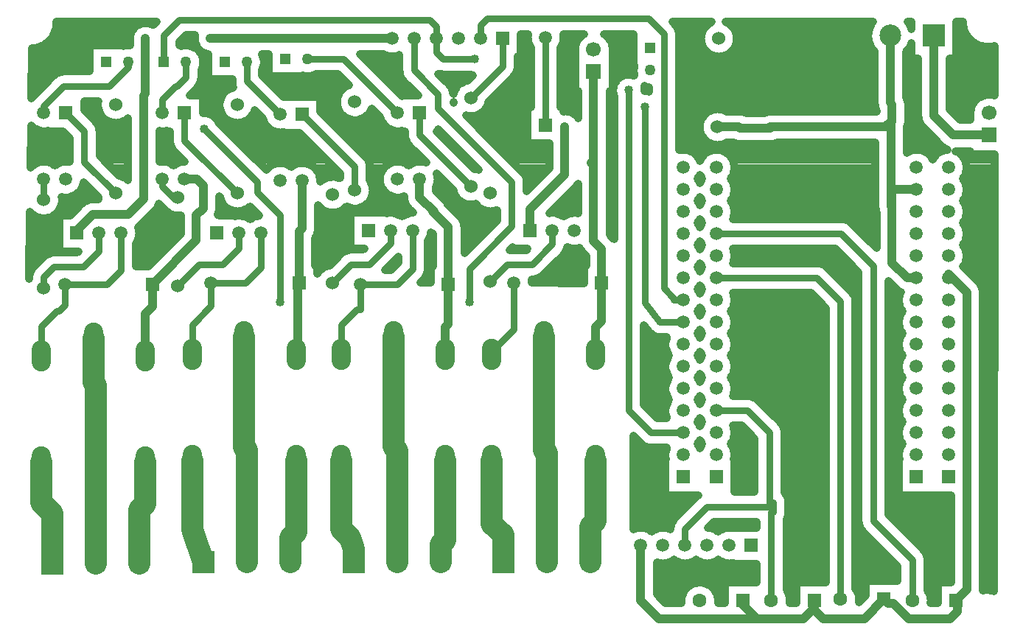
<source format=gbr>
G04 DipTrace 4.0.0.5*
G04 2 - Bottom.gbr*
%MOMM*%
G04 #@! TF.FileFunction,Copper,L2,Bot*
G04 #@! TF.Part,Single*
G04 #@! TA.AperFunction,Conductor*
%ADD15C,0.989*%
%ADD16C,0.789*%
%ADD17C,2.5*%
G04 #@! TA.AperFunction,CopperBalancing*
%ADD18C,0.935*%
G04 #@! TA.AperFunction,ComponentPad*
%ADD22R,1.5X1.5*%
%ADD23C,1.5*%
%ADD24R,1.7X1.7*%
%ADD25C,1.7*%
%ADD26R,2.5X2.5*%
%ADD27C,2.5*%
%ADD28C,1.27*%
%ADD29R,1.27X1.27*%
%ADD30O,2.2X3.6*%
%ADD31C,1.524*%
%ADD32C,1.524*%
%ADD33R,1.6X1.6*%
%ADD34C,1.6*%
%ADD35C,1.5*%
G04 #@! TA.AperFunction,ViaPad*
%ADD36C,1.016*%
%FSLAX35Y35*%
G04*
G71*
G90*
G75*
G01*
G04 Bottom*
%LPD*%
X2756190Y-4324067D2*
D15*
X2648710D1*
X2476500Y-4151857D1*
Y-3498567D1*
X2460623D1*
Y-2524127D1*
X2397127Y-2587623D1*
X1079500D1*
Y-2603500D1*
X730250D1*
X714337Y-2587587D1*
X469803D1*
X2756190Y-3308067D2*
X2476500D1*
Y-3498567D1*
X-1682750Y-3778250D2*
Y-3537500D1*
X-1283420Y-3138170D1*
Y-2587550D1*
X2381250Y-8016873D2*
X2428877Y-8064500D1*
X2492373D1*
X2667000Y-8239127D1*
X3143253D1*
X3222627Y-8159753D1*
Y-8048627D1*
X3206750Y-8032750D1*
X1587500D2*
Y-8143877D1*
X1682750Y-8239127D1*
X2158997D1*
X2381250Y-8016873D1*
X2460623Y-2524127D2*
X2476500D1*
Y-2333623D1*
X-3270250Y-1571627D2*
X-5355710D1*
Y-1571620D1*
X-6889750Y-3810000D2*
Y-3778250D1*
X-6708150Y-3596650D1*
X-6302370D1*
X-6124570Y-3418850D1*
Y-2227550D1*
X-6100520Y-2203500D1*
Y-1571620D1*
X1587500Y-8032750D2*
Y-8112127D1*
X1460500Y-8239127D1*
X920753D1*
X762000Y-8080373D1*
Y-8032750D1*
X3121303Y-4324067D2*
Y-4280177D1*
X3334653Y-4493527D1*
Y-7904847D1*
X3206750Y-8032750D1*
X2476500Y-2333623D2*
X2452750Y-2309873D1*
Y-1539873D1*
X-412750Y-7397753D2*
Y-8032750D1*
X-206373Y-8239127D1*
X920753D1*
X-6635750Y-3810000D2*
D16*
Y-4016377D1*
X-6819273Y-4199900D1*
X-7152650D1*
X-7270750Y-4318000D1*
Y-4445000D1*
X2952750Y-1539873D2*
D15*
Y-2457443D1*
X3178180Y-2682873D1*
X3587750D1*
X-6102350Y-5222877D2*
Y-4736327D1*
X-6019623Y-4653600D1*
Y-4397377D1*
X-927100Y-5206997D2*
Y-4888640D1*
X-860250Y-4821790D1*
Y-4381500D1*
X-2657473Y-5206997D2*
Y-4888643D1*
X-2622377Y-4853547D1*
Y-4397373D1*
X-4371973Y-5206997D2*
X-4349750D1*
Y-4394377D1*
X-4336873Y-4381500D1*
X-6019623Y-4397377D2*
X-5516320Y-3894073D1*
Y-3603260D1*
X-5438150Y-3525090D1*
Y-3265870D1*
X-5513147Y-3190873D1*
X-5651500D1*
X-860250Y-4381500D2*
Y-3990087D1*
X-952500Y-3897837D1*
Y-3000373D1*
Y-1952627D1*
X-2622377Y-4397373D2*
Y-3742700D1*
X-2800177Y-3564900D1*
X-2785100D1*
X-2952750Y-3397250D1*
Y-3190877D1*
X-4336873Y-4381500D2*
Y-3793083D1*
X-4302127Y-3758337D1*
Y-3206750D1*
X-984250Y-3000373D2*
X-952500D1*
X-5032373Y-3810000D2*
D16*
Y-3984623D1*
X-5215900Y-4168150D1*
X-5485773D1*
X-5730873Y-4413250D1*
X-7270750Y-3190873D2*
Y-3234120D1*
Y-3429000D1*
X-3286123Y-3778250D2*
Y-3921123D1*
X-3531950Y-4166950D1*
X-3738323D1*
X-3952873Y-4381500D1*
X-7016750Y-2428873D2*
X-6803400Y-2642223D1*
Y-2991473D1*
X-6445250Y-3349623D1*
X-1428750Y-3778250D2*
Y-3937000D1*
X-1659900Y-4168150D1*
X-1945647D1*
X-2143123Y-4365627D1*
X-5730873Y-3397250D2*
X-5778500D1*
X-5905500Y-3270250D1*
Y-3190873D1*
X-2381250Y-4603750D2*
Y-4218680D1*
X-1896820Y-3734250D1*
Y-3221010D1*
X-2739400Y-2378430D1*
Y-2215520D1*
X-3016250Y-1938670D1*
Y-1571627D1*
X-4556127Y-4603750D2*
Y-3605547D1*
X-4819020Y-3342650D1*
Y-3218350D1*
X-5426800Y-2610570D1*
X-2319100Y-1811080D2*
X-2687250D1*
X-2762250Y-1736080D1*
Y-1571627D1*
X73307Y-6102067D2*
X-295557D1*
X-551650Y-5845973D1*
Y-2166250D1*
X-2762250Y-1571627D2*
Y-1433270D1*
X-2837250Y-1358270D1*
X-5711820D1*
X-5889623Y-1536073D1*
Y-1841503D1*
X454303Y-5848067D2*
X814450D1*
X1063623Y-6097240D1*
Y-6953253D1*
X1111250Y-6905627D1*
Y-7016750D1*
X1087500D1*
Y-8032750D1*
X95250Y-7397753D2*
Y-7207250D1*
X349247Y-6953253D1*
X1063623D1*
X-1870250Y-4381500D2*
Y-4918250D1*
X-2158997Y-5206997D1*
X-2120900D1*
X-3851273D2*
Y-4863243D1*
X-3673470Y-4685440D1*
X-3632377D1*
Y-4397373D1*
X-3209930D1*
X-3032123Y-4219567D1*
Y-3778250D1*
X-5565773Y-5206997D2*
Y-4867273D1*
X-5346873Y-4648373D1*
Y-4381500D1*
X-4956180D1*
X-4778373Y-4203693D1*
Y-3810000D1*
X-7296150Y-5222877D2*
Y-4879120D1*
X-7118350Y-4701320D1*
X-7098443D1*
X-7029623Y-4632500D1*
Y-4397377D1*
X-6543677D1*
X-6381750Y-4235450D1*
Y-3810000D1*
X-7296150Y-6442077D2*
D17*
Y-6903960D1*
X-7167500Y-7032610D1*
Y-7604127D1*
X-6699250Y-5019677D2*
Y-5525340D1*
X-6667500Y-5557090D1*
Y-7604127D1*
X-6102350Y-6442077D2*
Y-6925960D1*
X-6167500Y-6991110D1*
Y-7604127D1*
X-5565773Y-6426197D2*
Y-7222443D1*
X-5437123Y-7588250D1*
X-4968873Y-5003797D2*
Y-6269767D1*
X-4937123Y-6301517D1*
Y-7588250D1*
X-4371973Y-6426197D2*
Y-7245350D1*
X-4437123Y-7310500D1*
Y-7588250D1*
X-3851273Y-6426197D2*
Y-7208290D1*
X-3747433Y-7312130D1*
X-3706750Y-7435797D1*
Y-7588250D1*
X-3254373Y-5003797D2*
Y-6261827D1*
X-3206750Y-6309450D1*
Y-7588250D1*
X-2657473Y-6426197D2*
Y-7340600D1*
X-2706750Y-7389877D1*
Y-7588250D1*
X-2120900Y-6426197D2*
Y-7150100D1*
X-1992250Y-7278750D1*
Y-7588250D1*
X-1524000Y-5003797D2*
Y-6303040D1*
X-1492250Y-6334790D1*
Y-7588250D1*
X-927100Y-6426197D2*
Y-7118350D1*
X-992250Y-7183500D1*
Y-7588250D1*
X-5048250Y-3349627D2*
D16*
X-5651500Y-2746377D1*
Y-2428873D1*
X-3698873Y-3317877D2*
Y-3048003D1*
X-4302127Y-2444750D1*
X-2365373Y-3270250D2*
X-2952750Y-2682873D1*
Y-2428877D1*
X-2365373Y-2254250D2*
X-2000250Y-1889127D1*
Y-1571627D1*
X-1508127Y-1558750D2*
Y-2568750D1*
X-3206750Y-2428877D2*
X-3825873Y-1809753D1*
X-4238623D1*
X-4556127Y-2444750D2*
X-4937123Y-2063753D1*
Y-1841503D1*
X-5635623D2*
Y-2016123D1*
X-5738570Y-2119070D1*
X-5754443D1*
X-5905500Y-2270127D1*
Y-2428873D1*
X-6302377Y-1841503D2*
Y-1905003D1*
X-6516443Y-2119070D1*
X-7040320D1*
X-7270750Y-2349500D1*
Y-2428873D1*
X73307Y-4832067D2*
X-190133D1*
X-362500Y-4612157D1*
Y-2355400D1*
X-2254250Y-1571627D2*
Y-1420400D1*
X-2179250Y-1345400D1*
X-325200D1*
X-147400Y-1523200D1*
Y-4440477D1*
X-31900Y-4555977D1*
Y-4578067D1*
X73307D1*
X454303Y-3816067D2*
X1889860D1*
X2258160Y-4184367D1*
Y-7113940D1*
X2706750Y-7562530D1*
Y-8032750D1*
X454303Y-4324067D2*
X1608200D1*
X1881250Y-4597117D1*
Y-8016873D1*
D36*
X-984250Y-3000373D3*
X-1283420Y-2587550D3*
X2476500Y-2333623D3*
X-5355710Y-1571620D3*
X-6100520D3*
X-5426800Y-2610570D3*
X-4556127Y-4603750D3*
X-2381250D3*
X-2319100Y-1811080D3*
X-551650Y-2166250D3*
X-362500Y-2355400D3*
X-7129443Y-1473417D2*
D18*
X-6263617D1*
X25597D2*
X290223D1*
X675193D2*
X2195537D1*
X3218710D2*
X3292613D1*
X-7174923Y-1566583D2*
X-6292237D1*
X-5668877D2*
X-5547393D1*
X-1784287D2*
X-1723963D1*
X-1292327D2*
X-1133567D1*
X-771427D2*
X-506073D1*
X33027D2*
X265570D1*
X699803D2*
X2188153D1*
X3218710D2*
X3345797D1*
X-7293277Y-1659750D2*
X-6760863D1*
X-5555307D2*
X-5524790D1*
X-1784287D2*
X-1697713D1*
X-1318530D2*
X-1174947D1*
X-730047D2*
X-506073D1*
X33027D2*
X285120D1*
X680297D2*
X2216500D1*
X3218710D2*
X3501427D1*
X-7395770Y-1752917D2*
X-6760863D1*
X-5452403D2*
X-5395590D1*
X-4753910D2*
X-4697093D1*
X-3631447D2*
X-3378717D1*
X-1784287D2*
X-1688553D1*
X-1327690D2*
X-1178453D1*
X-726540D2*
X-506073D1*
X33027D2*
X371663D1*
X593710D2*
X2262347D1*
X2643170D2*
X2686767D1*
X3218710D2*
X3641837D1*
X-7397230Y-1846083D2*
X-6760863D1*
X-5431213D2*
X-5395590D1*
X-4732717D2*
X-4697093D1*
X-3538250D2*
X-3196650D1*
X-1819833D2*
X-1688553D1*
X-1327690D2*
X-1178453D1*
X-726540D2*
X-506073D1*
X33027D2*
X2262347D1*
X2643170D2*
X2762327D1*
X3143150D2*
X3641610D1*
X-7398687Y-1939250D2*
X-6760863D1*
X-5455183D2*
X-5395590D1*
X-4756690D2*
X-4697093D1*
X-3445100D2*
X-3196650D1*
X-1827353D2*
X-1688553D1*
X-1327690D2*
X-1178453D1*
X-726540D2*
X-506073D1*
X33027D2*
X2262347D1*
X2643170D2*
X2762327D1*
X3143150D2*
X3641383D1*
X-7400147Y-2032417D2*
X-7204927D1*
X-5455960D2*
X-5395590D1*
X-4717177D2*
X-3854497D1*
X-3351950D2*
X-3168717D1*
X-2671227D2*
X-2394840D1*
X-1892247D2*
X-1688553D1*
X-1327690D2*
X-1178453D1*
X-726540D2*
X-684947D1*
X33027D2*
X2262347D1*
X2643170D2*
X2762327D1*
X3143150D2*
X3641200D1*
X-7401603Y-2125583D2*
X-7298123D1*
X-5494787D2*
X-5105973D1*
X-4624027D2*
X-3818267D1*
X-3258753D2*
X-3080623D1*
X-2584547D2*
X-2537940D1*
X-1985443D2*
X-1688553D1*
X-1327690D2*
X-1178453D1*
X33027D2*
X2262347D1*
X2643170D2*
X2762327D1*
X3143150D2*
X3640973D1*
X-5586980Y-2218750D2*
X-5230800D1*
X-4530830D2*
X-3898703D1*
X-3165600D2*
X-2987473D1*
X-2078597D2*
X-1688553D1*
X-1327690D2*
X-1142907D1*
X33027D2*
X2262347D1*
X2643170D2*
X2762327D1*
X3143150D2*
X3525763D1*
X-6800770Y-2311917D2*
X-6661287D1*
X-5435543D2*
X-5264293D1*
X-4086173D2*
X-3915793D1*
X-2156343D2*
X-1688553D1*
X-1327690D2*
X-1142907D1*
X-762087D2*
X-732067D1*
X33027D2*
X2262347D1*
X2666957D2*
X2762327D1*
X3143150D2*
X3396063D1*
X-6789240Y-2405083D2*
X-6649757D1*
X-5435543D2*
X-5252763D1*
X-4086173D2*
X-3888587D1*
X-2213080D2*
X-1724100D1*
X-1292143D2*
X-1142907D1*
X-762087D2*
X-732067D1*
X33027D2*
X361043D1*
X578580D2*
X2286090D1*
X2666913D2*
X2762327D1*
X3165800D2*
X3363070D1*
X-6696090Y-2498250D2*
X-6581443D1*
X-5273713D2*
X-5184450D1*
X-4912047D2*
X-4765043D1*
X-3997353D2*
X-3776247D1*
X-3621513D2*
X-3410707D1*
X-2368303D2*
X-1724100D1*
X-762087D2*
X-732067D1*
X33027D2*
X272813D1*
X2666913D2*
X2766973D1*
X3258997D2*
X3361793D1*
X-6630693Y-2591417D2*
X-6314977D1*
X-5194690D2*
X-4710993D1*
X-3904200D2*
X-3343670D1*
X-2275153D2*
X-1724100D1*
X-762087D2*
X-732067D1*
X33027D2*
X252670D1*
X2653970D2*
X2821297D1*
X-7410263Y-2684583D2*
X-7012337D1*
X-6622990D2*
X-6314977D1*
X-5934157D2*
X-5831907D1*
X-5101493D2*
X-4313553D1*
X-3811003D2*
X-3133170D1*
X-2181957D2*
X-1724100D1*
X-762087D2*
X-732067D1*
X33027D2*
X276643D1*
X2651053D2*
X2914450D1*
X-7411720Y-2777750D2*
X-6983807D1*
X-6622990D2*
X-6314977D1*
X-5934157D2*
X-5829033D1*
X-5008343D2*
X-4220400D1*
X-3717853D2*
X-3104457D1*
X-2088803D2*
X-1473860D1*
X-762087D2*
X-732067D1*
X33027D2*
X376630D1*
X562993D2*
X671670D1*
X1138077D2*
X2270183D1*
X2651053D2*
X3007647D1*
X-7413180Y-2870917D2*
X-6983807D1*
X-6622990D2*
X-6314977D1*
X-5934157D2*
X-5778220D1*
X-4915190D2*
X-4127250D1*
X-3624703D2*
X-3016000D1*
X-1995653D2*
X-1473860D1*
X-762087D2*
X-732067D1*
X178310D2*
X349287D1*
X559300D2*
X2270183D1*
X2861190D2*
X3016303D1*
X3226320D2*
X3361793D1*
X-7414637Y-2964083D2*
X-6983807D1*
X-6579513D2*
X-6314977D1*
X-5934157D2*
X-5685070D1*
X-4821993D2*
X-4034053D1*
X-3540440D2*
X-2922803D1*
X-1902457D2*
X-1473860D1*
X-762087D2*
X-732067D1*
X649673D2*
X2270183D1*
X3316643D2*
X3639057D1*
X-6486363Y-3057250D2*
X-6314977D1*
X-4150160D2*
X-3940903D1*
X-3518473D2*
X-3373703D1*
X-1809307D2*
X-1473860D1*
X-762087D2*
X-732067D1*
X670270D2*
X2270183D1*
X3337243D2*
X3638830D1*
X-6376670Y-3150417D2*
X-6314977D1*
X-4093967D2*
X-3879287D1*
X-3518473D2*
X-3418727D1*
X-1731650D2*
X-1561087D1*
X-762087D2*
X-732067D1*
X646437D2*
X2270183D1*
X3313453D2*
X3638647D1*
X-3495457Y-3243583D2*
X-3415903D1*
X-2743597D2*
X-2643307D1*
X-1716383D2*
X-1654237D1*
X-762087D2*
X-732067D1*
X659973D2*
X2270183D1*
X3326943D2*
X3638420D1*
X-6861063Y-3336750D2*
X-6709413D1*
X-3482560D2*
X-3362447D1*
X-2747833D2*
X-2571620D1*
X-1216583D2*
X-1142907D1*
X-762087D2*
X-732067D1*
X668267D2*
X2270183D1*
X3335283D2*
X3638193D1*
X-7053563Y-3429917D2*
X-6788117D1*
X-3514507D2*
X-3140187D1*
X-2654683D2*
X-2507770D1*
X-1309737D2*
X-1142907D1*
X-762087D2*
X-732067D1*
X249543D2*
X278100D1*
X630530D2*
X2270183D1*
X3297503D2*
X3638010D1*
X-7076077Y-3523083D2*
X-6899997D1*
X-5967150D2*
X-5905597D1*
X-5247737D2*
X-5172057D1*
X-4924443D2*
X-4889867D1*
X-3808043D2*
X-3741067D1*
X-3656650D2*
X-3092290D1*
X-2576570D2*
X-2266920D1*
X-1402933D2*
X-1142907D1*
X-762087D2*
X-732067D1*
X666580D2*
X2271870D1*
X3333553D2*
X3637783D1*
X-7424753Y-3616250D2*
X-7370263D1*
X-7171233D2*
X-7105713D1*
X-6056563D2*
X-5706763D1*
X-4951240D2*
X-4859517D1*
X-4111693D2*
X-3756103D1*
X-2483420D2*
X-2077243D1*
X-762087D2*
X-732067D1*
X663027D2*
X2286090D1*
X3330043D2*
X3637553D1*
X-7426213Y-3709417D2*
X-7105713D1*
X-6149717D2*
X-5706763D1*
X-4111693D2*
X-3756103D1*
X-2435023D2*
X-2123273D1*
X-762087D2*
X-732067D1*
X2034497D2*
X2286090D1*
X3307620D2*
X3637373D1*
X-7427670Y-3802583D2*
X-7105713D1*
X-6165893D2*
X-5706763D1*
X-4117210D2*
X-3756103D1*
X-2431970D2*
X-2216423D1*
X-762087D2*
X-732067D1*
X2127647D2*
X2286090D1*
X3336833D2*
X3637143D1*
X-7429083Y-3895750D2*
X-7105713D1*
X-6184397D2*
X-5783417D1*
X-4146467D2*
X-3756103D1*
X-2851693D2*
X-2812790D1*
X-2431970D2*
X-2309620D1*
X2220843D2*
X2286090D1*
X3321293D2*
X3636917D1*
X-7430543Y-3988917D2*
X-7105713D1*
X-6201350D2*
X-5876567D1*
X-4146467D2*
X-3605213D1*
X-2851693D2*
X-2812790D1*
X-2431970D2*
X-2402770D1*
X-1900223D2*
X-1731937D1*
X-1256413D2*
X-1118343D1*
X653683D2*
X1811447D1*
X3320657D2*
X3636733D1*
X-7432000Y-4082083D2*
X-7286090D1*
X-6201350D2*
X-5969763D1*
X-4146467D2*
X-3904717D1*
X-2851693D2*
X-2812790D1*
X-1322540D2*
X-1050670D1*
X669907D2*
X1904600D1*
X3336923D2*
X3636507D1*
X-7433460Y-4175250D2*
X-7379287D1*
X-6201350D2*
X-6062913D1*
X-4120900D2*
X-3997913D1*
X-3288967D2*
X-3239080D1*
X-2851693D2*
X-2812790D1*
X-1415737D2*
X-1076233D1*
X1701907D2*
X1997750D1*
X3308487D2*
X3636277D1*
X-1508890Y-4268417D2*
X-1076233D1*
X1803853D2*
X2077730D1*
X3374977D2*
X3636097D1*
X-2922880Y-4361583D2*
X-2838357D1*
X-1655223D2*
X-1076233D1*
X1897003D2*
X2077730D1*
X3468130D2*
X3635867D1*
X248447Y-4454750D2*
X279150D1*
X1990153D2*
X2077730D1*
X2438590D2*
X2514047D1*
X3520857D2*
X3635640D1*
X668083Y-4547917D2*
X1580757D1*
X2438590D2*
X2542437D1*
X3525097D2*
X3635457D1*
X660427Y-4641083D2*
X1673953D1*
X2438590D2*
X2550047D1*
X3525097D2*
X3635230D1*
X645663Y-4734250D2*
X1700843D1*
X2438590D2*
X2564860D1*
X3525097D2*
X3635003D1*
X670227Y-4827417D2*
X1700843D1*
X2438590D2*
X2540250D1*
X3525097D2*
X3634820D1*
X650357Y-4920583D2*
X1700843D1*
X2438590D2*
X2560120D1*
X3525097D2*
X3634593D1*
X-371253Y-5013750D2*
X-129593D1*
X657193D2*
X1700843D1*
X2438590D2*
X2553283D1*
X3525097D2*
X3634363D1*
X-371253Y-5106917D2*
X-141627D1*
X669223D2*
X1700843D1*
X2438590D2*
X2541253D1*
X3525097D2*
X3634183D1*
X-371253Y-5200083D2*
X-108357D1*
X635953D2*
X1700843D1*
X2438590D2*
X2574520D1*
X3525097D2*
X3633953D1*
X-371253Y-5293250D2*
X-137297D1*
X664893D2*
X1700843D1*
X2438590D2*
X2545580D1*
X3525097D2*
X3633727D1*
X-371253Y-5386417D2*
X-137387D1*
X664983D2*
X1700843D1*
X2438590D2*
X2545490D1*
X3525097D2*
X3633543D1*
X-371253Y-5479583D2*
X-108037D1*
X635637D2*
X1700843D1*
X2438590D2*
X2574840D1*
X3525097D2*
X3633317D1*
X-371253Y-5572750D2*
X-141580D1*
X669177D2*
X1700843D1*
X2438590D2*
X2541343D1*
X3525097D2*
X3633087D1*
X-371253Y-5665917D2*
X-129777D1*
X657373D2*
X1700843D1*
X2438590D2*
X2553100D1*
X3525097D2*
X3632907D1*
X-371253Y-5759083D2*
X-122530D1*
X976750D2*
X1700843D1*
X2438590D2*
X2560347D1*
X3525097D2*
X3632677D1*
X-294097Y-5852250D2*
X-142627D1*
X1069900D2*
X1700843D1*
X2438590D2*
X2540250D1*
X3525097D2*
X3632450D1*
X1163097Y-5945417D2*
X1700843D1*
X2438590D2*
X2564587D1*
X3525097D2*
X3632267D1*
X660290Y-6038583D2*
X753700D1*
X1233690D2*
X1700843D1*
X2438590D2*
X2550230D1*
X3525097D2*
X3632040D1*
X668130Y-6131750D2*
X846850D1*
X1244033D2*
X1700843D1*
X2438590D2*
X2542347D1*
X3525097D2*
X3631813D1*
X-492157Y-6224917D2*
X-423950D1*
X248767D2*
X278830D1*
X629803D2*
X883220D1*
X1244033D2*
X1700843D1*
X2438590D2*
X2580720D1*
X3525097D2*
X3631630D1*
X-491793Y-6318083D2*
X-139163D1*
X666763D2*
X883220D1*
X1244033D2*
X1700843D1*
X2438590D2*
X2543760D1*
X3525097D2*
X3631403D1*
X-491383Y-6411250D2*
X-142673D1*
X670270D2*
X883220D1*
X1244033D2*
X1700843D1*
X2438590D2*
X2540203D1*
X3525097D2*
X3631173D1*
X-491017Y-6504417D2*
X-142673D1*
X670270D2*
X883220D1*
X1244033D2*
X1700843D1*
X2438590D2*
X2540203D1*
X3525097D2*
X3630947D1*
X-490653Y-6597583D2*
X-142673D1*
X670270D2*
X883220D1*
X1244033D2*
X1700843D1*
X2438590D2*
X2540203D1*
X3525097D2*
X3630763D1*
X-490243Y-6690750D2*
X-142673D1*
X670270D2*
X883220D1*
X1244033D2*
X1700843D1*
X2438590D2*
X2540203D1*
X3525097D2*
X3630537D1*
X-489880Y-6783917D2*
X-142673D1*
X1244033D2*
X1700843D1*
X2438590D2*
X2540203D1*
X3525097D2*
X3630307D1*
X-489513Y-6877083D2*
X174150D1*
X1289287D2*
X1700843D1*
X2438590D2*
X3144227D1*
X3525097D2*
X3630127D1*
X-489103Y-6970250D2*
X80953D1*
X1291657D2*
X1700843D1*
X2438590D2*
X3144227D1*
X3525097D2*
X3629897D1*
X-488740Y-7063417D2*
X-12197D1*
X1285187D2*
X1700843D1*
X2458917D2*
X3144227D1*
X3525097D2*
X3629670D1*
X-488330Y-7156583D2*
X-77503D1*
X397197D2*
X907100D1*
X1267913D2*
X1700843D1*
X2552067D2*
X3144227D1*
X3525097D2*
X3629487D1*
X1267913Y-7249750D2*
X1700843D1*
X2061657D2*
X2142670D1*
X2645263D2*
X3144227D1*
X3525097D2*
X3629260D1*
X1267913Y-7342917D2*
X1700843D1*
X2061657D2*
X2235867D1*
X2738417D2*
X3144227D1*
X3525097D2*
X3629033D1*
X1267913Y-7436083D2*
X1700843D1*
X2061657D2*
X2329020D1*
X2831567D2*
X3144227D1*
X3525097D2*
X3628850D1*
X1267913Y-7529250D2*
X1700843D1*
X2061657D2*
X2422170D1*
X2883883D2*
X3144227D1*
X3525097D2*
X3628623D1*
X-222320Y-7622417D2*
X907100D1*
X1267913D2*
X1700843D1*
X2061657D2*
X2515367D1*
X2887167D2*
X3144227D1*
X3525097D2*
X3628393D1*
X-222320Y-7715583D2*
X907100D1*
X1267913D2*
X1700843D1*
X2061657D2*
X2526350D1*
X2887167D2*
X3144227D1*
X3525097D2*
X3628213D1*
X-222320Y-7808750D2*
X907100D1*
X1267913D2*
X1700843D1*
X2061657D2*
X2160263D1*
X2887167D2*
X3144227D1*
X3525097D2*
X3627983D1*
X-222320Y-7901917D2*
X86330D1*
X437667D2*
X541010D1*
X1267913D2*
X1366520D1*
X2068267D2*
X2160263D1*
X2887167D2*
X2985770D1*
X3525097D2*
X3627757D1*
X-184997Y-7995083D2*
X44403D1*
X479593D2*
X541010D1*
X1305103D2*
X1366520D1*
X2101080D2*
X2137613D1*
X2924353D2*
X2985770D1*
X-1080483Y-4025927D2*
X-1041320Y-4065103D1*
X-1041327Y-4174880D1*
X-1066870D1*
X-1066873Y-4380033D1*
X-1663863Y-4377303D1*
X-1664913Y-4358517D1*
X-1668177Y-4339217D1*
X-1659133Y-4339220D1*
X-1635880Y-4337527D1*
X-1613073Y-4332687D1*
X-1591133Y-4324790D1*
X-1570473Y-4313987D1*
X-1551460Y-4300457D1*
X-1538783Y-4288963D1*
X-1307243Y-4057423D1*
X-1292000Y-4039783D1*
X-1279293Y-4020233D1*
X-1269363Y-3999137D1*
X-1262397Y-3976887D1*
X-1260207Y-3966177D1*
X-1256870Y-3967850D1*
X-1235127Y-3975853D1*
X-1212620Y-3981370D1*
X-1189640Y-3984333D1*
X-1166473Y-3984703D1*
X-1143410Y-3982480D1*
X-1120740Y-3977687D1*
X-1115823Y-3976053D1*
X-1337060Y-2362130D2*
X-1301507D1*
Y-2406040D1*
X-1277630Y-2405223D1*
X-1254363Y-2407460D1*
X-1231573Y-2412653D1*
X-1209633Y-2420720D1*
X-1188903Y-2431523D1*
X-1169730Y-2444893D1*
X-1152420Y-2460603D1*
X-1137260Y-2478397D1*
X-1133560Y-2484077D1*
X-1133570Y-2169247D1*
X-1169120D1*
Y-1736007D1*
X-1165860D1*
X-1167837Y-1722180D1*
X-1169120Y-1698760D1*
X-1167863Y-1675340D1*
X-1164083Y-1652190D1*
X-1157823Y-1629587D1*
X-1149153Y-1607790D1*
X-1138180Y-1587060D1*
X-1125030Y-1567640D1*
X-1109857Y-1549753D1*
X-1092840Y-1533613D1*
X-1074173Y-1519407D1*
X-1069290Y-1516463D1*
X-1305887Y-1516470D1*
X-1302790Y-1535767D1*
X-1301507Y-1558750D1*
X-1302823Y-1582033D1*
X-1306720Y-1604873D1*
X-1313150Y-1627133D1*
X-1322033Y-1648533D1*
X-1333257Y-1668807D1*
X-1337043Y-1674137D1*
X-1337057Y-2362117D1*
X3462633Y-4365437D2*
X3288347Y-4191133D1*
X3296173Y-4180123D1*
X3307397Y-4159850D1*
X3316280Y-4138450D1*
X3322710Y-4116190D1*
X3326607Y-4093350D1*
X3327923Y-4070067D1*
X3326640Y-4047083D1*
X3322777Y-4024237D1*
X3316377Y-4001967D1*
X3307527Y-3980553D1*
X3296333Y-3960267D1*
X3284207Y-3942963D1*
X3296173Y-3926123D1*
X3307397Y-3905850D1*
X3316280Y-3884450D1*
X3322710Y-3862190D1*
X3326607Y-3839350D1*
X3327923Y-3816067D1*
X3326640Y-3793083D1*
X3322777Y-3770237D1*
X3316377Y-3747967D1*
X3307527Y-3726553D1*
X3296333Y-3706267D1*
X3284207Y-3688963D1*
X3296173Y-3672123D1*
X3307397Y-3651850D1*
X3316280Y-3630450D1*
X3322710Y-3608190D1*
X3326607Y-3585350D1*
X3327923Y-3562067D1*
X3326640Y-3539083D1*
X3322777Y-3516237D1*
X3316377Y-3493967D1*
X3307527Y-3472553D1*
X3296333Y-3452267D1*
X3284207Y-3434963D1*
X3296173Y-3418123D1*
X3307397Y-3397850D1*
X3316280Y-3376450D1*
X3322710Y-3354190D1*
X3326607Y-3331350D1*
X3327923Y-3308067D1*
X3326640Y-3285083D1*
X3322777Y-3262237D1*
X3316377Y-3239967D1*
X3307527Y-3218553D1*
X3296333Y-3198267D1*
X3284207Y-3180963D1*
X3296173Y-3164123D1*
X3307397Y-3143850D1*
X3316280Y-3122450D1*
X3322710Y-3100190D1*
X3326607Y-3077350D1*
X3327923Y-3054067D1*
X3326640Y-3031083D1*
X3322777Y-3008237D1*
X3316377Y-2985967D1*
X3307527Y-2964553D1*
X3296333Y-2944267D1*
X3282940Y-2925360D1*
X3267513Y-2908070D1*
X3250247Y-2892620D1*
X3231360Y-2879197D1*
X3211087Y-2867973D1*
X3202213Y-2863943D1*
X3371130Y-2863923D1*
Y-2899493D1*
X3648550Y-2899507D1*
X3637080Y-7918227D1*
X3630817Y-7916247D1*
X3608133Y-7911063D1*
X3585100Y-7907750D1*
X3561877Y-7906320D1*
X3538613Y-7906790D1*
X3515667Y-7909133D1*
X3515723Y-7900227D1*
Y-4493527D1*
X3515507Y-4484680D1*
X3512870Y-4461513D1*
X3507280Y-4438877D1*
X3498827Y-4417147D1*
X3487650Y-4396683D1*
X3473920Y-4377807D1*
X3462633Y-4365437D1*
X3371130Y-2501800D2*
Y-2466253D1*
X3374390D1*
X3372413Y-2452427D1*
X3371130Y-2429007D1*
X3372387Y-2405587D1*
X3376167Y-2382437D1*
X3382427Y-2359833D1*
X3391097Y-2338037D1*
X3402070Y-2317307D1*
X3415220Y-2297887D1*
X3430393Y-2280000D1*
X3447410Y-2263860D1*
X3466077Y-2249653D1*
X3486167Y-2237550D1*
X3507447Y-2227687D1*
X3529670Y-2220183D1*
X3552573Y-2215130D1*
X3575890Y-2212577D1*
X3599343Y-2212563D1*
X3622663Y-2215087D1*
X3645573Y-2220113D1*
X3650110Y-2221640D1*
X3650953Y-1846660D1*
X3651390Y-1655050D1*
X3646580Y-1656410D1*
X3623893Y-1661583D1*
X3600860Y-1664890D1*
X3577633Y-1666310D1*
X3554370Y-1665830D1*
X3531223Y-1663457D1*
X3508347Y-1659203D1*
X3485890Y-1653100D1*
X3464010Y-1645187D1*
X3442843Y-1635513D1*
X3422540Y-1624150D1*
X3403227Y-1611170D1*
X3385037Y-1596660D1*
X3368090Y-1580713D1*
X3352500Y-1563440D1*
X3338370Y-1544950D1*
X3325793Y-1525373D1*
X3314857Y-1504837D1*
X3305627Y-1483473D1*
X3298170Y-1461433D1*
X3292537Y-1438857D1*
X3288760Y-1415897D1*
X3286870Y-1392703D1*
Y-1380227D1*
X3209373Y-1380250D1*
X3209370Y-1796493D1*
X3133833D1*
X3133820Y-2382463D1*
X3253197Y-2501817D1*
X3371127Y-2501803D1*
X2696130Y-1458503D2*
Y-1380253D1*
X2653703Y-1380250D1*
X2658957Y-1387123D1*
X2671993Y-1406507D1*
X2683213Y-1426997D1*
X2692523Y-1448423D1*
X2696133Y-1459363D1*
X-5464553Y-2016037D2*
Y-1934880D1*
X-5462127Y-1930780D1*
X-5452783Y-1909633D1*
X-5446010Y-1887530D1*
X-5441897Y-1864780D1*
X-5440503Y-1841503D1*
X-5441850Y-1818627D1*
X-5445913Y-1795870D1*
X-5452643Y-1773750D1*
X-5461940Y-1752587D1*
X-5473677Y-1732667D1*
X-5487687Y-1714277D1*
X-5503773Y-1697673D1*
X-5521710Y-1683090D1*
X-5541243Y-1670727D1*
X-5562103Y-1660763D1*
X-5583997Y-1653337D1*
X-5606617Y-1648553D1*
X-5629640Y-1646477D1*
X-5652747Y-1647137D1*
X-5675617Y-1650527D1*
X-5694503Y-1655667D1*
Y-1646383D1*
X-5718553Y-1646370D1*
X-5718540Y-1606920D1*
X-5640950Y-1529340D1*
X-5532817Y-1529320D1*
X-5534777Y-1536807D1*
X-5537760Y-1559990D1*
X-5537750Y-1583367D1*
X-5534753Y-1606547D1*
X-5528820Y-1629157D1*
X-5520040Y-1650820D1*
X-5508563Y-1671187D1*
X-5494577Y-1689913D1*
X-5478307Y-1706700D1*
X-5460027Y-1721270D1*
X-5440033Y-1733380D1*
X-5418657Y-1742837D1*
X-5396247Y-1749480D1*
X-5386243Y-1751450D1*
Y-2036623D1*
X-5108193Y-2036630D1*
Y-2064520D1*
X-5106500Y-2087773D1*
X-5101660Y-2110580D1*
X-5094410Y-2131003D1*
X-5116873Y-2137463D1*
X-5138407Y-2146380D1*
X-5158803Y-2157653D1*
X-5177810Y-2171137D1*
X-5195190Y-2186663D1*
X-5210720Y-2204040D1*
X-5224207Y-2223047D1*
X-5235483Y-2243443D1*
X-5244403Y-2264973D1*
X-5250857Y-2287367D1*
X-5254760Y-2310343D1*
X-5256070Y-2333610D1*
X-5254767Y-2356880D1*
X-5250863Y-2379857D1*
X-5244413Y-2402250D1*
X-5235497Y-2423783D1*
X-5224223Y-2444180D1*
X-5210740Y-2463187D1*
X-5195213Y-2480567D1*
X-5177837Y-2496097D1*
X-5158830Y-2509583D1*
X-5138433Y-2520860D1*
X-5116903Y-2529780D1*
X-5094510Y-2536233D1*
X-5071533Y-2540137D1*
X-5048267Y-2541447D1*
X-5024997Y-2540143D1*
X-5002020Y-2536240D1*
X-4979627Y-2529790D1*
X-4958093Y-2520873D1*
X-4937697Y-2509600D1*
X-4918690Y-2496117D1*
X-4901310Y-2480590D1*
X-4885780Y-2463213D1*
X-4872293Y-2444207D1*
X-4861017Y-2423810D1*
X-4852097Y-2402280D1*
X-4849240Y-2393567D1*
X-4758690Y-2484133D1*
X-4757600Y-2490580D1*
X-4751200Y-2512850D1*
X-4742350Y-2534263D1*
X-4731157Y-2554550D1*
X-4717763Y-2573457D1*
X-4702337Y-2590747D1*
X-4685070Y-2606197D1*
X-4666183Y-2619620D1*
X-4645910Y-2630843D1*
X-4624510Y-2639727D1*
X-4602250Y-2646157D1*
X-4579410Y-2650053D1*
X-4556277Y-2651370D1*
X-4533143Y-2650087D1*
X-4510297Y-2646223D1*
X-4508747Y-2645880D1*
Y-2651370D1*
X-4337440Y-2651367D1*
X-3869943Y-3118860D1*
X-3869947Y-3175117D1*
X-3888550Y-3167887D1*
X-3911080Y-3161927D1*
X-3934137Y-3158527D1*
X-3957427Y-3157730D1*
X-3980663Y-3159547D1*
X-4003547Y-3163953D1*
X-4025793Y-3170893D1*
X-4047123Y-3180283D1*
X-4067270Y-3192000D1*
X-4085977Y-3205900D1*
X-4095673Y-3214953D1*
X-4095960Y-3214777D1*
X-4095507Y-3206750D1*
X-4095543Y-3202837D1*
X-4097280Y-3179730D1*
X-4101593Y-3156967D1*
X-4108430Y-3134827D1*
X-4117700Y-3113590D1*
X-4129290Y-3093527D1*
X-4143053Y-3074887D1*
X-4158817Y-3057907D1*
X-4176383Y-3042797D1*
X-4195530Y-3029750D1*
X-4216020Y-3018927D1*
X-4237590Y-3010467D1*
X-4259973Y-3004477D1*
X-4282887Y-3001027D1*
X-4306040Y-3000167D1*
X-4329147Y-3001903D1*
X-4351910Y-3006217D1*
X-4374050Y-3013053D1*
X-4395287Y-3022323D1*
X-4415350Y-3033913D1*
X-4429230Y-3043847D1*
X-4446070Y-3031880D1*
X-4466343Y-3020657D1*
X-4487743Y-3011773D1*
X-4510003Y-3005343D1*
X-4532843Y-3001447D1*
X-4555977Y-3000130D1*
X-4579110Y-3001413D1*
X-4601957Y-3005277D1*
X-4624227Y-3011677D1*
X-4645640Y-3020527D1*
X-4665927Y-3031720D1*
X-4684833Y-3045113D1*
X-4702123Y-3060540D1*
X-4717607Y-3077833D1*
X-5261787Y-2533650D1*
X-5267883Y-2521003D1*
X-5280640Y-2501417D1*
X-5295800Y-2483623D1*
X-5313110Y-2467913D1*
X-5332283Y-2454543D1*
X-5353013Y-2443740D1*
X-5374953Y-2435673D1*
X-5397743Y-2430480D1*
X-5421010Y-2428243D1*
X-5444373Y-2429000D1*
X-5444880Y-2429040D1*
Y-2222253D1*
X-5599827Y-2222257D1*
X-5514117Y-2136543D1*
X-5498870Y-2118903D1*
X-5486167Y-2099357D1*
X-5476237Y-2078260D1*
X-5469267Y-2056010D1*
X-5465390Y-2032997D1*
X-5464553Y-2016037D1*
X-295463Y-6273137D2*
X-115640Y-6273157D1*
X-121670Y-6287683D1*
X-128100Y-6309943D1*
X-131997Y-6332783D1*
X-133313Y-6355917D1*
X-132030Y-6379050D1*
X-128167Y-6401897D1*
X-127820Y-6403447D1*
X-133313D1*
Y-6816687D1*
X246227D1*
X240807Y-6820947D1*
X228233Y-6832337D1*
X-26257Y-7086827D1*
X-41500Y-7104467D1*
X-54207Y-7124017D1*
X-64137Y-7145113D1*
X-71103Y-7167363D1*
X-74983Y-7190373D1*
X-75820Y-7207327D1*
X-75840Y-7208807D1*
X-90367Y-7202777D1*
X-112627Y-7196347D1*
X-135467Y-7192450D1*
X-158600Y-7191133D1*
X-181733Y-7192417D1*
X-204580Y-7196280D1*
X-226850Y-7202680D1*
X-248263Y-7211530D1*
X-268550Y-7222723D1*
X-285667Y-7234850D1*
X-285853D1*
X-302693Y-7222883D1*
X-322967Y-7211660D1*
X-344367Y-7202777D1*
X-366627Y-7196347D1*
X-389467Y-7192450D1*
X-412600Y-7191133D1*
X-435733Y-7192417D1*
X-458580Y-7196280D1*
X-480850Y-7202680D1*
X-497473Y-7209550D1*
X-501860Y-6137693D1*
X-415980Y-6223573D1*
X-398340Y-6238817D1*
X-378790Y-6251523D1*
X-357693Y-6261453D1*
X-335443Y-6268420D1*
X-312430Y-6272300D1*
X-295463Y-6273137D1*
X236210Y-6229150D2*
X248337Y-6246267D1*
X259530Y-6266553D1*
X263637Y-6276487D1*
X268540Y-6265603D1*
X279837Y-6245373D1*
X291417Y-6229203D1*
X279273Y-6211867D1*
X268080Y-6191580D1*
X263973Y-6181647D1*
X259400Y-6191850D1*
X248177Y-6212123D1*
X236210Y-6228963D1*
X236103Y-5975307D2*
X241120Y-5981523D1*
X253560Y-6001070D1*
X263803Y-6022077D1*
X268540Y-6011603D1*
X279837Y-5991373D1*
X291417Y-5975203D1*
X279273Y-5957867D1*
X268080Y-5937580D1*
X263973Y-5927647D1*
X259400Y-5937850D1*
X248177Y-5958123D1*
X236210Y-5974963D1*
Y-5721150D2*
X248337Y-5738267D1*
X259530Y-5758553D1*
X263637Y-5768487D1*
X268540Y-5757603D1*
X279837Y-5737373D1*
X291417Y-5721203D1*
X279273Y-5703867D1*
X268080Y-5683580D1*
X263973Y-5673647D1*
X259400Y-5683850D1*
X248177Y-5704123D1*
X236210Y-5720963D1*
Y-5467150D2*
X248337Y-5484267D1*
X259530Y-5504553D1*
X263637Y-5514487D1*
X268540Y-5503603D1*
X279837Y-5483373D1*
X291417Y-5467203D1*
X279273Y-5449867D1*
X268080Y-5429580D1*
X263973Y-5419647D1*
X259400Y-5429850D1*
X248177Y-5450123D1*
X236210Y-5466963D1*
Y-5213150D2*
X248337Y-5230267D1*
X259530Y-5250553D1*
X263637Y-5260487D1*
X268540Y-5249603D1*
X279837Y-5229373D1*
X291417Y-5213203D1*
X279273Y-5195867D1*
X268080Y-5175580D1*
X263973Y-5165647D1*
X259400Y-5175850D1*
X248177Y-5196123D1*
X236210Y-5212963D1*
Y-4959150D2*
X248337Y-4976267D1*
X259530Y-4996553D1*
X263637Y-5006487D1*
X268540Y-4995603D1*
X279837Y-4975373D1*
X291417Y-4959203D1*
X279273Y-4941867D1*
X268080Y-4921580D1*
X263973Y-4911647D1*
X259400Y-4921850D1*
X248177Y-4942123D1*
X236210Y-4958963D1*
Y-4705150D2*
X248337Y-4722267D1*
X259530Y-4742553D1*
X263637Y-4752487D1*
X268540Y-4741603D1*
X279837Y-4721373D1*
X291417Y-4705203D1*
X279273Y-4687867D1*
X268080Y-4667580D1*
X263973Y-4657647D1*
X259400Y-4667850D1*
X248177Y-4688123D1*
X236210Y-4704963D1*
Y-4451150D2*
X248337Y-4468267D1*
X259530Y-4488553D1*
X263637Y-4498487D1*
X268540Y-4487603D1*
X279837Y-4467373D1*
X291417Y-4451203D1*
X279273Y-4433867D1*
X268080Y-4413580D1*
X263973Y-4403647D1*
X259400Y-4413850D1*
X248177Y-4434123D1*
X236210Y-4450963D1*
Y-4197150D2*
X248337Y-4214267D1*
X259530Y-4234553D1*
X263637Y-4244487D1*
X268540Y-4233603D1*
X279837Y-4213373D1*
X291417Y-4197203D1*
X279273Y-4179867D1*
X268080Y-4159580D1*
X263973Y-4149647D1*
X259400Y-4159850D1*
X248177Y-4180123D1*
X236210Y-4196963D1*
Y-3943150D2*
X248337Y-3960267D1*
X259530Y-3980553D1*
X263637Y-3990487D1*
X268540Y-3979603D1*
X279837Y-3959373D1*
X291417Y-3943203D1*
X279273Y-3925867D1*
X268080Y-3905580D1*
X263973Y-3895647D1*
X259400Y-3905850D1*
X248177Y-3926123D1*
X236210Y-3942963D1*
Y-3689150D2*
X248337Y-3706267D1*
X259530Y-3726553D1*
X263637Y-3736487D1*
X268540Y-3725603D1*
X279837Y-3705373D1*
X291417Y-3689203D1*
X279273Y-3671867D1*
X268080Y-3651580D1*
X263973Y-3641647D1*
X259400Y-3651850D1*
X248177Y-3672123D1*
X236210Y-3688963D1*
Y-3435150D2*
X248337Y-3452267D1*
X259530Y-3472553D1*
X263637Y-3482487D1*
X268540Y-3471603D1*
X279837Y-3451373D1*
X291417Y-3435203D1*
X279273Y-3417867D1*
X268080Y-3397580D1*
X263973Y-3387647D1*
X259400Y-3397850D1*
X248177Y-3418123D1*
X236210Y-3434963D1*
Y-3181150D2*
X248337Y-3198267D1*
X259530Y-3218553D1*
X263637Y-3228487D1*
X268540Y-3217603D1*
X279837Y-3197373D1*
X291417Y-3181203D1*
X279273Y-3163867D1*
X268080Y-3143580D1*
X263973Y-3133647D1*
X259400Y-3143850D1*
X248177Y-3164123D1*
X236210Y-3180963D1*
X655403Y-6403447D2*
X660923D1*
Y-6782180D1*
X892537Y-6782183D1*
X892553Y-6254060D1*
Y-6168087D1*
X743580Y-6019127D1*
X643533Y-6019137D1*
X649627Y-6034677D1*
X655943Y-6056970D1*
X659723Y-6079830D1*
X660923Y-6102067D1*
X659607Y-6125350D1*
X655710Y-6148190D1*
X649280Y-6170450D1*
X640397Y-6191850D1*
X629173Y-6212123D1*
X617207Y-6228963D1*
X629733Y-6246903D1*
X640853Y-6267233D1*
X649627Y-6288677D1*
X655943Y-6310970D1*
X659723Y-6333830D1*
X660923Y-6356067D1*
X659607Y-6379350D1*
X655710Y-6402190D1*
X655350Y-6403430D1*
X673963Y-7191133D2*
X916433D1*
X916430Y-7124337D1*
X420117Y-7124323D1*
X353263Y-7191167D1*
X372533Y-7192450D1*
X395373Y-7196347D1*
X417633Y-7202777D1*
X439033Y-7211660D1*
X459307Y-7222883D1*
X476147Y-7234850D1*
X493450Y-7222723D1*
X513737Y-7211530D1*
X535150Y-7202680D1*
X557420Y-7196280D1*
X580267Y-7192417D1*
X603400Y-7191133D1*
X626533Y-7192450D1*
X649373Y-7196347D1*
X650613Y-7196707D1*
X650630Y-7191133D1*
X673963D1*
X916420Y-7604373D2*
X650630D1*
Y-7598883D1*
X649080Y-7599227D1*
X626233Y-7603090D1*
X603100Y-7604373D1*
X579967Y-7603057D1*
X557127Y-7599160D1*
X534867Y-7592730D1*
X513467Y-7583847D1*
X493193Y-7572623D1*
X476353Y-7560657D1*
X459050Y-7572783D1*
X438763Y-7583977D1*
X417350Y-7592827D1*
X395080Y-7599227D1*
X372233Y-7603090D1*
X349100Y-7604373D1*
X325967Y-7603057D1*
X303127Y-7599160D1*
X280867Y-7592730D1*
X259467Y-7583847D1*
X239193Y-7572623D1*
X222353Y-7560657D1*
X205050Y-7572783D1*
X184763Y-7583977D1*
X163350Y-7592827D1*
X141080Y-7599227D1*
X118233Y-7603090D1*
X95100Y-7604373D1*
X71967Y-7603057D1*
X49127Y-7599160D1*
X26867Y-7592730D1*
X5467Y-7583847D1*
X-14807Y-7572623D1*
X-31647Y-7560657D1*
X-48950Y-7572783D1*
X-69237Y-7583977D1*
X-90650Y-7592827D1*
X-112920Y-7599227D1*
X-135767Y-7603090D1*
X-158900Y-7604373D1*
X-182033Y-7603057D1*
X-204873Y-7599160D1*
X-227133Y-7592730D1*
X-231670Y-7590847D1*
X-231680Y-7957760D1*
X-131357Y-8058070D1*
X51877Y-8058057D1*
X50700Y-8044400D1*
X50703Y-8021087D1*
X53267Y-7997913D1*
X58367Y-7975160D1*
X65937Y-7953110D1*
X75890Y-7932023D1*
X88100Y-7912163D1*
X102420Y-7893763D1*
X118677Y-7877053D1*
X136677Y-7862230D1*
X156197Y-7849480D1*
X177000Y-7838950D1*
X198833Y-7830777D1*
X221437Y-7825053D1*
X244530Y-7821853D1*
X267837Y-7821210D1*
X291073Y-7823137D1*
X313957Y-7827607D1*
X336207Y-7834567D1*
X357560Y-7843933D1*
X377750Y-7855593D1*
X396537Y-7869400D1*
X413690Y-7885193D1*
X429003Y-7902777D1*
X442287Y-7921937D1*
X453383Y-7942440D1*
X462157Y-7964043D1*
X468500Y-7986480D1*
X472337Y-8009477D1*
X473620Y-8032750D1*
X472333Y-8056037D1*
X472000Y-8058033D1*
X550400Y-8058057D1*
X550380Y-7941037D1*
Y-7821130D1*
X916443D1*
X916430Y-7604357D1*
X-318450Y-2131103D2*
X-319150Y-2131080D1*
X-342010Y-2127643D1*
X-364307Y-2121527D1*
X-376080Y-2116740D1*
X-375210Y-2119923D1*
X-370737Y-2142867D1*
X-369230Y-2166250D1*
X-369670Y-2173137D1*
X-356710Y-2173073D1*
X-333443Y-2175310D1*
X-318463Y-2178723D1*
X-318470Y-2131137D1*
X-6682490Y-2521207D2*
X-6810130Y-2393587D1*
X-6810117Y-2290140D1*
X-6648327Y-2290123D1*
X-6651760Y-2310340D1*
X-6653070Y-2333607D1*
X-6651767Y-2356877D1*
X-6647863Y-2379853D1*
X-6641413Y-2402247D1*
X-6632497Y-2423780D1*
X-6621223Y-2444177D1*
X-6607740Y-2463183D1*
X-6592213Y-2480563D1*
X-6574837Y-2496093D1*
X-6555830Y-2509580D1*
X-6535433Y-2520857D1*
X-6513903Y-2529777D1*
X-6491510Y-2536230D1*
X-6468533Y-2540133D1*
X-6445267Y-2541443D1*
X-6421997Y-2540140D1*
X-6399020Y-2536237D1*
X-6376627Y-2529787D1*
X-6355093Y-2520870D1*
X-6334697Y-2509597D1*
X-6315690Y-2496113D1*
X-6305623Y-2487120D1*
X-6305640Y-2742607D1*
X-6305637Y-3196117D1*
X-6315663Y-3187153D1*
X-6334670Y-3173667D1*
X-6355067Y-3162390D1*
X-6376597Y-3153470D1*
X-6398990Y-3147017D1*
X-6407360Y-3145593D1*
X-6632330Y-2920603D1*
Y-2641457D1*
X-6634023Y-2618203D1*
X-6638863Y-2595397D1*
X-6646760Y-2573457D1*
X-6657563Y-2552797D1*
X-6671093Y-2533783D1*
X-6682490Y-2521207D1*
X-4904313Y-3499273D2*
X-4918690Y-3512117D1*
X-4937697Y-3525600D1*
X-4958093Y-3536873D1*
X-4979627Y-3545790D1*
X-5002020Y-3552240D1*
X-5024997Y-3556143D1*
X-5048267Y-3557447D1*
X-5071533Y-3556137D1*
X-5094510Y-3552233D1*
X-5116903Y-3545780D1*
X-5138433Y-3536860D1*
X-5158830Y-3525583D1*
X-5177837Y-3512097D1*
X-5195213Y-3496567D1*
X-5210740Y-3479187D1*
X-5224223Y-3460180D1*
X-5235497Y-3439783D1*
X-5244413Y-3418250D1*
X-5250863Y-3395857D1*
X-5252277Y-3387530D1*
X-5257073Y-3382733D1*
X-5257080Y-3525090D1*
X-5258580Y-3548360D1*
X-5263060Y-3571243D1*
X-5270453Y-3593380D1*
X-5259660Y-3603380D1*
X-5079753D1*
Y-3608873D1*
X-5078203Y-3608527D1*
X-5055357Y-3604663D1*
X-5032223Y-3603380D1*
X-5009090Y-3604697D1*
X-4986250Y-3608593D1*
X-4963990Y-3615023D1*
X-4942590Y-3623907D1*
X-4922317Y-3635130D1*
X-4905477Y-3647097D1*
X-4888173Y-3634970D1*
X-4867887Y-3623777D1*
X-4846473Y-3614927D1*
X-4824203Y-3608527D1*
X-4801357Y-3604663D1*
X-4799077Y-3604537D1*
X-4904193Y-3499407D1*
X-1879333Y-2010140D2*
X-2161343Y-2292140D1*
X-2162767Y-2300510D1*
X-2169220Y-2322903D1*
X-2178140Y-2344433D1*
X-2189417Y-2364830D1*
X-2202903Y-2383837D1*
X-2218433Y-2401213D1*
X-2235813Y-2416740D1*
X-2254820Y-2430223D1*
X-2275217Y-2441497D1*
X-2296750Y-2450413D1*
X-2319143Y-2456863D1*
X-2342120Y-2460767D1*
X-2365390Y-2462070D1*
X-2388657Y-2460760D1*
X-2411633Y-2456857D1*
X-2422063Y-2453850D1*
X-1775857Y-3100047D1*
X-1760530Y-3117617D1*
X-1747737Y-3137110D1*
X-1737713Y-3158160D1*
X-1730647Y-3180377D1*
X-1726663Y-3203373D1*
X-1725750Y-3221080D1*
Y-3324427D1*
X-1464503Y-3063180D1*
X-1464497Y-2775370D1*
X-1714747D1*
Y-2362130D1*
X-1679177D1*
X-1679197Y-2219130D1*
Y-1674647D1*
X-1683157Y-1668550D1*
X-1694350Y-1648263D1*
X-1703200Y-1626850D1*
X-1709600Y-1604580D1*
X-1713463Y-1581733D1*
X-1714747Y-1558600D1*
X-1713430Y-1535467D1*
X-1710190Y-1516483D1*
X-1793607Y-1516470D1*
X-1793630Y-1691673D1*
Y-1778247D1*
X-1829200D1*
X-1829180Y-1889127D1*
X-1830770Y-1912387D1*
X-1835507Y-1935217D1*
X-1843303Y-1957190D1*
X-1854017Y-1977897D1*
X-1867460Y-1996973D1*
X-1879333Y-2010140D1*
X-2565437Y-2310467D2*
X-2566907Y-2304987D1*
X-2568330Y-2298893D1*
Y-2307593D1*
X-2565447Y-2310453D1*
X-2687160Y-1982150D2*
X-2382360Y-1982157D1*
X-2359637Y-1988940D1*
X-2344757Y-1991703D1*
X-2403287Y-2050223D1*
X-2411477Y-2051610D1*
X-2433877Y-2058043D1*
X-2455413Y-2066947D1*
X-2475820Y-2078207D1*
X-2494833Y-2091680D1*
X-2512223Y-2107197D1*
X-2527763Y-2124563D1*
X-2541263Y-2143560D1*
X-2552550Y-2163950D1*
X-2554530Y-2168177D1*
X-2556417Y-2172447D1*
X-2558203Y-2176757D1*
X-2559897Y-2181103D1*
X-2561490Y-2185490D1*
X-2562983Y-2189910D1*
X-2564377Y-2194363D1*
X-2565673Y-2198847D1*
X-2566867Y-2203360D1*
X-2568420Y-2210020D1*
X-2568827Y-2202507D1*
X-2569243Y-2197860D1*
X-2569790Y-2193227D1*
X-2570460Y-2188607D1*
X-2571257Y-2184010D1*
X-2572180Y-2179433D1*
X-2573227Y-2174887D1*
X-2580293Y-2152670D1*
X-2590317Y-2131620D1*
X-2603110Y-2112127D1*
X-2618437Y-2094557D1*
X-2738777Y-1974213D1*
X-2327483Y-3066220D2*
X-2319113Y-3067643D1*
X-2296720Y-3074097D1*
X-2277860Y-3081910D1*
X-2746143Y-2613617D1*
X-2746130Y-2635497D1*
X-2758183D1*
X-2327857Y-3065837D1*
X2088003Y-7131577D2*
X2091987Y-7154573D1*
X2099053Y-7176790D1*
X2109077Y-7197840D1*
X2121870Y-7217333D1*
X2137197Y-7234903D1*
X2535680Y-7633377D1*
X2535693Y-7805253D1*
X2169630D1*
Y-7972423D1*
X2089520Y-8052533D1*
X2091583Y-8040160D1*
X2092870Y-8016873D1*
X2091587Y-7993600D1*
X2087750Y-7970603D1*
X2081407Y-7948167D1*
X2072633Y-7926563D1*
X2061537Y-7906060D1*
X2052313Y-7892757D1*
X2052320Y-4806890D1*
Y-4596350D1*
X2050627Y-4573097D1*
X2045787Y-4550290D1*
X2037890Y-4528353D1*
X2027087Y-4507690D1*
X2013557Y-4488677D1*
X2002163Y-4476100D1*
X1728623Y-4202560D1*
X1710983Y-4187317D1*
X1691433Y-4174610D1*
X1670337Y-4164680D1*
X1648090Y-4157713D1*
X1625077Y-4153833D1*
X1608127Y-4152997D1*
X643250Y-4152977D1*
X649280Y-4138450D1*
X655710Y-4116190D1*
X659607Y-4093350D1*
X660923Y-4070067D1*
X659723Y-4047830D1*
X655943Y-4024970D1*
X649627Y-4002677D1*
X643260Y-3987117D1*
X723373Y-3987137D1*
X1819007Y-3987143D1*
X2087090Y-4255210D1*
Y-7113873D1*
X2088003Y-7131577D1*
X-7152580Y-4028830D2*
X-6890133D1*
X-6877930Y-4016620D1*
X-7096370D1*
Y-3603380D1*
X-6970930D1*
X-6836243Y-3468670D1*
X-6823853Y-3457367D1*
X-6804993Y-3443653D1*
X-6784530Y-3432477D1*
X-6762800Y-3424023D1*
X-6740163Y-3418433D1*
X-6716993Y-3415797D1*
X-6708150Y-3415580D1*
X-6642177Y-3415600D1*
X-6647863Y-3395853D1*
X-6649277Y-3387527D1*
X-6812790Y-3224013D1*
X-6815343Y-3236997D1*
X-6821773Y-3259257D1*
X-6830657Y-3280657D1*
X-6841880Y-3300930D1*
X-6855303Y-3319817D1*
X-6870753Y-3337083D1*
X-6888043Y-3352510D1*
X-6906950Y-3365903D1*
X-6927237Y-3377097D1*
X-6948650Y-3385947D1*
X-6970920Y-3392347D1*
X-6993767Y-3396210D1*
X-7016900Y-3397493D1*
X-7040033Y-3396177D1*
X-7062873Y-3392280D1*
X-7066373Y-3391267D1*
X-7066677Y-3391363D1*
X-7064233Y-3405747D1*
X-7062930Y-3429000D1*
X-7064240Y-3452283D1*
X-7068143Y-3475260D1*
X-7074597Y-3497653D1*
X-7083517Y-3519183D1*
X-7094793Y-3539580D1*
X-7108280Y-3558587D1*
X-7123810Y-3575963D1*
X-7141190Y-3591490D1*
X-7160197Y-3604973D1*
X-7180593Y-3616247D1*
X-7202127Y-3625163D1*
X-7224520Y-3631613D1*
X-7247497Y-3635517D1*
X-7270767Y-3636820D1*
X-7294033Y-3635510D1*
X-7317010Y-3631607D1*
X-7339403Y-3625153D1*
X-7360933Y-3616233D1*
X-7381330Y-3604957D1*
X-7400337Y-3591470D1*
X-7417713Y-3575940D1*
X-7433193Y-3558613D1*
X-7445230Y-4332100D1*
X-7441813Y-4327523D1*
X-7441820Y-4318000D1*
X-7440230Y-4294740D1*
X-7435493Y-4271910D1*
X-7427697Y-4249937D1*
X-7416983Y-4229230D1*
X-7403540Y-4210153D1*
X-7391670Y-4196993D1*
X-7273613Y-4078937D1*
X-7256043Y-4063610D1*
X-7236550Y-4050817D1*
X-7215500Y-4040793D1*
X-7193283Y-4033727D1*
X-7170287Y-4029743D1*
X-7152580Y-4028830D1*
X-1718553Y-3984870D2*
X-1889370D1*
Y-3968713D1*
X-1917727Y-3997087D1*
X-1730770Y-3997080D1*
X-1718553Y-3984873D1*
X-1464207Y-3575023D2*
X-1451733Y-3572913D1*
X-1428600Y-3571630D1*
X-1405467Y-3572947D1*
X-1382627Y-3576843D1*
X-1360367Y-3583273D1*
X-1338967Y-3592157D1*
X-1318693Y-3603380D1*
X-1301853Y-3615347D1*
X-1291600Y-3607843D1*
X-1271783Y-3595833D1*
X-1250750Y-3586113D1*
X-1228760Y-3578813D1*
X-1206090Y-3574020D1*
X-1183027Y-3571797D1*
X-1159860Y-3572167D1*
X-1136880Y-3575130D1*
X-1133560Y-3575943D1*
X-1133570Y-3239820D1*
X-1138653Y-3246930D1*
X-1153847Y-3264647D1*
X-1463803Y-3574627D1*
X-7052053Y-2635493D2*
X-7223370D1*
Y-2630003D1*
X-7224920Y-2630347D1*
X-7247767Y-2634210D1*
X-7270900Y-2635493D1*
X-7294033Y-2634177D1*
X-7316873Y-2630280D1*
X-7339133Y-2623850D1*
X-7360533Y-2614967D1*
X-7380807Y-2603743D1*
X-7399693Y-2590320D1*
X-7416960Y-2574870D1*
X-7417907Y-2573807D1*
X-7425360Y-3053800D1*
X-7416747Y-3044663D1*
X-7399457Y-3029237D1*
X-7380550Y-3015843D1*
X-7360263Y-3004650D1*
X-7338850Y-2995800D1*
X-7316580Y-2989400D1*
X-7293733Y-2985537D1*
X-7270600Y-2984253D1*
X-7247467Y-2985570D1*
X-7224627Y-2989467D1*
X-7202367Y-2995897D1*
X-7180967Y-3004780D1*
X-7160693Y-3016003D1*
X-7143853Y-3027970D1*
X-7126550Y-3015843D1*
X-7106263Y-3004650D1*
X-7084850Y-2995800D1*
X-7062580Y-2989400D1*
X-7039733Y-2985537D1*
X-7016600Y-2984253D1*
X-6993467Y-2985570D1*
X-6974483Y-2988810D1*
X-6974470Y-2713093D1*
X-7052053Y-2635500D1*
X-4155803Y-3865003D2*
X-4155780Y-4174880D1*
X-4130253D1*
Y-4273203D1*
X-4120923Y-4259237D1*
X-4106177Y-4241190D1*
X-4089503Y-4224907D1*
X-4071110Y-4210593D1*
X-4051230Y-4198430D1*
X-4030117Y-4188567D1*
X-4008030Y-4181133D1*
X-3990697Y-4177393D1*
X-3859287Y-4045987D1*
X-3841717Y-4030660D1*
X-3822223Y-4017867D1*
X-3801173Y-4007843D1*
X-3778957Y-4000777D1*
X-3755960Y-3996793D1*
X-3738263Y-3995880D1*
X-3602803Y-3995873D1*
X-3591787Y-3984870D1*
X-3746743D1*
Y-3571630D1*
X-3333503D1*
Y-3577123D1*
X-3331953Y-3576777D1*
X-3309107Y-3572913D1*
X-3285973Y-3571630D1*
X-3262840Y-3572947D1*
X-3240000Y-3576843D1*
X-3217740Y-3583273D1*
X-3196340Y-3592157D1*
X-3176067Y-3603380D1*
X-3159227Y-3615347D1*
X-3141923Y-3603220D1*
X-3121637Y-3592027D1*
X-3100223Y-3583177D1*
X-3077953Y-3576777D1*
X-3055107Y-3572913D1*
X-3034300Y-3571760D1*
X-3080733Y-3525340D1*
X-3092030Y-3512953D1*
X-3105747Y-3494093D1*
X-3116923Y-3473630D1*
X-3125377Y-3451900D1*
X-3130967Y-3429263D1*
X-3133603Y-3406097D1*
X-3133820Y-3397250D1*
Y-3383953D1*
X-3138650Y-3385950D1*
X-3160920Y-3392350D1*
X-3183767Y-3396213D1*
X-3206900Y-3397497D1*
X-3230033Y-3396180D1*
X-3252873Y-3392283D1*
X-3275133Y-3385853D1*
X-3296533Y-3376970D1*
X-3316807Y-3365747D1*
X-3335693Y-3352323D1*
X-3352960Y-3336873D1*
X-3368387Y-3319583D1*
X-3381780Y-3300677D1*
X-3392973Y-3280390D1*
X-3401823Y-3258977D1*
X-3408223Y-3236707D1*
X-3412087Y-3213860D1*
X-3413370Y-3190727D1*
X-3412053Y-3167593D1*
X-3408157Y-3144753D1*
X-3401727Y-3122493D1*
X-3392843Y-3101093D1*
X-3381620Y-3080820D1*
X-3368197Y-3061933D1*
X-3352747Y-3044667D1*
X-3335457Y-3029240D1*
X-3316550Y-3015847D1*
X-3296263Y-3004653D1*
X-3274850Y-2995803D1*
X-3252580Y-2989403D1*
X-3229733Y-2985540D1*
X-3206600Y-2984257D1*
X-3183467Y-2985573D1*
X-3160627Y-2989470D1*
X-3138367Y-2995900D1*
X-3116967Y-3004783D1*
X-3096693Y-3016007D1*
X-3079853Y-3027973D1*
X-3062550Y-3015847D1*
X-3042263Y-3004653D1*
X-3020850Y-2995803D1*
X-2998580Y-2989403D1*
X-2975733Y-2985540D1*
X-2952600Y-2984257D1*
X-2929467Y-2985573D1*
X-2906627Y-2989470D1*
X-2884367Y-2995900D1*
X-2879747Y-2997820D1*
X-3073667Y-2803887D1*
X-3085073Y-2791297D1*
X-3098587Y-2772300D1*
X-3109390Y-2751640D1*
X-3117287Y-2729700D1*
X-3122127Y-2706893D1*
X-3123820Y-2683640D1*
X-3123817Y-2635497D1*
X-3159370D1*
Y-2630007D1*
X-3160920Y-2630350D1*
X-3183767Y-2634213D1*
X-3206900Y-2635497D1*
X-3230033Y-2634180D1*
X-3252873Y-2630283D1*
X-3275133Y-2623853D1*
X-3296533Y-2614970D1*
X-3316807Y-2603747D1*
X-3335693Y-2590323D1*
X-3352960Y-2574873D1*
X-3368387Y-2557583D1*
X-3381780Y-2538677D1*
X-3392973Y-2518390D1*
X-3401823Y-2496977D1*
X-3408223Y-2474707D1*
X-3409313Y-2468260D1*
X-3503983Y-2373580D1*
X-3511640Y-2392060D1*
X-3522917Y-2412457D1*
X-3536403Y-2431463D1*
X-3551933Y-2448840D1*
X-3569313Y-2464367D1*
X-3588320Y-2477850D1*
X-3608717Y-2489123D1*
X-3630250Y-2498040D1*
X-3652643Y-2504490D1*
X-3675620Y-2508393D1*
X-3698890Y-2509697D1*
X-3722157Y-2508387D1*
X-3745133Y-2504483D1*
X-3767527Y-2498030D1*
X-3789057Y-2489110D1*
X-3809453Y-2477833D1*
X-3828460Y-2464347D1*
X-3845837Y-2448817D1*
X-3861363Y-2431437D1*
X-3874847Y-2412430D1*
X-3886120Y-2392033D1*
X-3895037Y-2370500D1*
X-3901487Y-2348107D1*
X-3905390Y-2325130D1*
X-3906693Y-2301860D1*
X-3905383Y-2278593D1*
X-3901480Y-2255617D1*
X-3895027Y-2233223D1*
X-3886107Y-2211693D1*
X-3874830Y-2191297D1*
X-3861343Y-2172290D1*
X-3845813Y-2154913D1*
X-3828433Y-2139387D1*
X-3809427Y-2125903D1*
X-3789030Y-2114630D1*
X-3770587Y-2106993D1*
X-3896747Y-1980810D1*
X-4144823Y-1980830D1*
X-4165480Y-1990643D1*
X-4187387Y-1998027D1*
X-4210013Y-2002763D1*
X-4233043Y-2004793D1*
X-4256150Y-2004083D1*
X-4279010Y-2000647D1*
X-4297497Y-1995577D1*
X-4297503Y-2004873D1*
X-4687743D1*
Y-1752697D1*
X-4763397Y-1752690D1*
X-4754143Y-1773750D1*
X-4747413Y-1795870D1*
X-4743350Y-1818627D1*
X-4742003Y-1841503D1*
X-4743397Y-1864780D1*
X-4747510Y-1887530D1*
X-4754283Y-1909633D1*
X-4763627Y-1930780D1*
X-4766053Y-1934880D1*
Y-1992903D1*
X-4517107Y-2241840D1*
X-4510003Y-2243343D1*
X-4508763Y-2243703D1*
X-4508747Y-2238130D1*
X-4095507D1*
Y-2409463D1*
X-3620813Y-2884133D1*
X-3577910Y-2927040D1*
X-3562583Y-2944610D1*
X-3549790Y-2964103D1*
X-3539767Y-2985153D1*
X-3532700Y-3007370D1*
X-3528717Y-3030367D1*
X-3527803Y-3048070D1*
X-3527810Y-3200400D1*
X-3522900Y-3207323D1*
X-3511627Y-3227720D1*
X-3502710Y-3249253D1*
X-3496260Y-3271647D1*
X-3492357Y-3294623D1*
X-3491053Y-3317877D1*
X-3492363Y-3341160D1*
X-3496267Y-3364137D1*
X-3502720Y-3386530D1*
X-3511640Y-3408060D1*
X-3522917Y-3428457D1*
X-3536403Y-3447463D1*
X-3551933Y-3464840D1*
X-3569313Y-3480367D1*
X-3588320Y-3493850D1*
X-3608717Y-3505123D1*
X-3630250Y-3514040D1*
X-3652643Y-3520490D1*
X-3675620Y-3524393D1*
X-3698890Y-3525697D1*
X-3722157Y-3524387D1*
X-3745133Y-3520483D1*
X-3767527Y-3514030D1*
X-3789057Y-3505110D1*
X-3795690Y-3501443D1*
X-3796150Y-3501517D1*
X-3805933Y-3512463D1*
X-3823313Y-3527990D1*
X-3842320Y-3541473D1*
X-3862717Y-3552747D1*
X-3884250Y-3561663D1*
X-3906643Y-3568113D1*
X-3929620Y-3572017D1*
X-3952890Y-3573320D1*
X-3976157Y-3572010D1*
X-3999133Y-3568107D1*
X-4021527Y-3561653D1*
X-4043057Y-3552733D1*
X-4063453Y-3541457D1*
X-4082460Y-3527970D1*
X-4099837Y-3512440D1*
X-4115363Y-3495060D1*
X-4121067Y-3487023D1*
X-4121057Y-3758337D1*
X-4122557Y-3781607D1*
X-4127037Y-3804490D1*
X-4134420Y-3826607D1*
X-4144597Y-3847610D1*
X-4155803Y-3865003D1*
X2657570Y-2523750D2*
Y-2354690D1*
X2658920Y-2333567D1*
X2657413Y-2310240D1*
X2652940Y-2287297D1*
X2645567Y-2265113D1*
X2635417Y-2244057D1*
X2633820Y-2241260D1*
X2633817Y-1721377D1*
X2644260Y-1710690D1*
X2659000Y-1692567D1*
X2672030Y-1673180D1*
X2683243Y-1652687D1*
X2692547Y-1631260D1*
X2696130Y-1621243D1*
Y-1796493D1*
X2771680Y-1796507D1*
X2771693Y-2459657D1*
X2773480Y-2482903D1*
X2778237Y-2505730D1*
X2785890Y-2527757D1*
X2796310Y-2548617D1*
X2809323Y-2567963D1*
X2824713Y-2585480D1*
X3051717Y-2812463D1*
X3069420Y-2827640D1*
X3088927Y-2840417D1*
X3104713Y-2848373D1*
X3098320Y-2848730D1*
X3075473Y-2852593D1*
X3053203Y-2858993D1*
X3031790Y-2867843D1*
X3011503Y-2879037D1*
X2992597Y-2892430D1*
X2975307Y-2907857D1*
X2959857Y-2925123D1*
X2946433Y-2944010D1*
X2938577Y-2957600D1*
X2931220Y-2944267D1*
X2917827Y-2925360D1*
X2902400Y-2908070D1*
X2885133Y-2892620D1*
X2866247Y-2879197D1*
X2845973Y-2867973D1*
X2824573Y-2859090D1*
X2802313Y-2852660D1*
X2779473Y-2848763D1*
X2756340Y-2847447D1*
X2733207Y-2848730D1*
X2710360Y-2852593D1*
X2688090Y-2858993D1*
X2666677Y-2867843D1*
X2646390Y-2879037D1*
X2641680Y-2882373D1*
X2641693Y-2598257D1*
X2645827Y-2588277D1*
X2652667Y-2565987D1*
X2656583Y-2542977D1*
X2657570Y-2523750D1*
X-6174350Y-3724700D2*
X-5996577Y-3546930D1*
X-5985600Y-3534923D1*
X-5971833Y-3516103D1*
X-5960603Y-3495670D1*
X-5952090Y-3473960D1*
X-5950160Y-3467520D1*
X-5899460Y-3518217D1*
X-5893363Y-3526810D1*
X-5877837Y-3544190D1*
X-5860460Y-3559720D1*
X-5841453Y-3573207D1*
X-5821057Y-3584483D1*
X-5799527Y-3593403D1*
X-5777133Y-3599857D1*
X-5754157Y-3603760D1*
X-5730890Y-3605070D1*
X-5707620Y-3603767D1*
X-5697367Y-3602023D1*
X-5697390Y-3659840D1*
X-5697393Y-3819077D1*
X-6069087Y-4190757D1*
X-6210680Y-4190767D1*
X-6210667Y-3925387D1*
X-6206880Y-3920057D1*
X-6195657Y-3899783D1*
X-6186773Y-3878383D1*
X-6180343Y-3856123D1*
X-6176447Y-3833283D1*
X-6175130Y-3810000D1*
X-6176413Y-3787017D1*
X-6180277Y-3764170D1*
X-6186677Y-3741900D1*
X-6188517Y-3737447D1*
X-6174350Y-3724700D1*
X-732200Y-3862067D2*
X-771430Y-3822817D1*
X-771450Y-2169247D1*
X-735880D1*
Y-1736007D1*
X-739437Y-1736000D1*
X-737137Y-1721913D1*
X-735880Y-1698493D1*
X-737163Y-1675073D1*
X-740973Y-1651930D1*
X-747263Y-1629333D1*
X-755957Y-1607550D1*
X-766957Y-1586833D1*
X-780130Y-1567427D1*
X-795327Y-1549560D1*
X-812363Y-1533440D1*
X-831047Y-1519257D1*
X-835253Y-1516470D1*
X-496743Y-1516453D1*
Y-1877870D1*
X-487540Y-1877857D1*
X-488177Y-1879570D1*
X-493630Y-1902037D1*
X-496390Y-1924990D1*
X-496413Y-1948107D1*
X-493703Y-1971067D1*
X-488297Y-1993543D1*
X-487597Y-1995427D1*
X-487567Y-1995850D1*
X-499803Y-1991353D1*
X-522593Y-1986160D1*
X-545860Y-1983923D1*
X-569223Y-1984680D1*
X-592300Y-1988417D1*
X-614707Y-1995073D1*
X-636077Y-2004543D1*
X-656063Y-2016667D1*
X-674333Y-2031247D1*
X-690590Y-2048043D1*
X-704567Y-2066783D1*
X-716030Y-2087153D1*
X-724797Y-2108823D1*
X-730717Y-2131437D1*
X-733700Y-2154620D1*
X-733690Y-2177997D1*
X-730693Y-2201177D1*
X-724760Y-2223787D1*
X-722727Y-2228800D1*
X-722720Y-3872323D1*
X-732200Y-3862067D1*
X-1091767Y-4013557D2*
X-1105507Y-3994660D1*
X-1091767Y-4013557D1*
X-2621313Y-3487693D2*
X-2494340Y-3614663D1*
X-2478950Y-3632180D1*
X-2465937Y-3651527D1*
X-2455517Y-3672387D1*
X-2447863Y-3694413D1*
X-2443107Y-3717240D1*
X-2441320Y-3740510D1*
X-2441307Y-4036807D1*
X-2067900Y-3663400D1*
X-2067877Y-3543047D1*
X-2074500Y-3545790D1*
X-2096893Y-3552240D1*
X-2119870Y-3556143D1*
X-2143140Y-3557447D1*
X-2166407Y-3556137D1*
X-2189383Y-3552233D1*
X-2211777Y-3545780D1*
X-2233307Y-3536860D1*
X-2253703Y-3525583D1*
X-2272710Y-3512097D1*
X-2290087Y-3496567D1*
X-2305613Y-3479187D1*
X-2311447Y-3470963D1*
X-2319143Y-3472863D1*
X-2342120Y-3476767D1*
X-2365390Y-3478070D1*
X-2388657Y-3476760D1*
X-2411633Y-3472857D1*
X-2434027Y-3466403D1*
X-2455557Y-3457483D1*
X-2475953Y-3446207D1*
X-2494960Y-3432720D1*
X-2512337Y-3417190D1*
X-2527863Y-3399810D1*
X-2541347Y-3380803D1*
X-2552620Y-3360407D1*
X-2561537Y-3338873D1*
X-2567987Y-3316480D1*
X-2569400Y-3308153D1*
X-2759310Y-3118243D1*
X-2757677Y-3122777D1*
X-2751277Y-3145047D1*
X-2747413Y-3167893D1*
X-2746130Y-3190877D1*
X-2747447Y-3214160D1*
X-2751343Y-3237000D1*
X-2757773Y-3259260D1*
X-2766657Y-3280660D1*
X-2771687Y-3289747D1*
X-2771680Y-3322233D1*
X-2657063Y-3436863D1*
X-2641673Y-3454380D1*
X-2628650Y-3473747D1*
X-2621313Y-3487693D1*
X-3203193Y-4080123D2*
X-3349367Y-4226293D1*
X-3280807Y-4226303D1*
X-3203177Y-4148690D1*
X-3203193Y-4080127D1*
X-3148557Y-2047110D2*
X-3162087Y-2028097D1*
X-3172890Y-2007433D1*
X-3180787Y-1985497D1*
X-3185627Y-1962690D1*
X-3187320Y-1939437D1*
X-3187323Y-1760573D1*
X-3202150Y-1766700D1*
X-3224420Y-1773100D1*
X-3247267Y-1776963D1*
X-3270400Y-1778247D1*
X-3293533Y-1776930D1*
X-3316373Y-1773033D1*
X-3338633Y-1766603D1*
X-3360033Y-1757720D1*
X-3369120Y-1752690D1*
X-3640983Y-1752697D1*
X-3167717Y-2225980D1*
X-3160627Y-2227470D1*
X-3159387Y-2227830D1*
X-3159370Y-2222257D1*
X-2974593D1*
X-3137173Y-2059677D1*
X-3148557Y-2047110D1*
X-2704123Y-1981313D2*
X-2727160Y-1977427D1*
X-2704123Y-1981313D1*
X-190063Y-5003137D2*
X-115640Y-5003157D1*
X-121670Y-5017683D1*
X-128100Y-5039943D1*
X-131997Y-5062783D1*
X-133313Y-5085917D1*
X-132030Y-5109050D1*
X-128167Y-5131897D1*
X-121767Y-5154167D1*
X-112917Y-5175580D1*
X-101723Y-5195867D1*
X-89597Y-5213170D1*
X-101563Y-5230010D1*
X-112787Y-5250283D1*
X-121670Y-5271683D1*
X-128100Y-5293943D1*
X-131997Y-5316783D1*
X-133313Y-5339917D1*
X-132030Y-5363050D1*
X-128167Y-5385897D1*
X-121767Y-5408167D1*
X-112917Y-5429580D1*
X-101723Y-5449867D1*
X-89597Y-5467170D1*
X-101563Y-5484010D1*
X-112787Y-5504283D1*
X-121670Y-5525683D1*
X-128100Y-5547943D1*
X-131997Y-5570783D1*
X-133313Y-5593917D1*
X-132030Y-5617050D1*
X-128167Y-5639897D1*
X-121767Y-5662167D1*
X-112917Y-5683580D1*
X-101723Y-5703867D1*
X-89597Y-5721170D1*
X-101563Y-5738010D1*
X-112787Y-5758283D1*
X-121670Y-5779683D1*
X-128100Y-5801943D1*
X-131997Y-5824783D1*
X-133313Y-5847917D1*
X-132030Y-5871050D1*
X-128167Y-5893897D1*
X-121767Y-5916167D1*
X-115640Y-5930993D1*
X-224697Y-5930997D1*
X-380580Y-5775103D1*
X-380590Y-4866387D1*
X-324300Y-4938200D1*
X-308623Y-4955457D1*
X-290743Y-4970423D1*
X-270997Y-4982820D1*
X-249747Y-4992413D1*
X-227390Y-4999030D1*
X-204320Y-5002547D1*
X-190063Y-5003137D1*
X935673Y-5727360D2*
X1184533Y-5976223D1*
X1195947Y-5988817D1*
X1209460Y-6007813D1*
X1220263Y-6028477D1*
X1228160Y-6050413D1*
X1233000Y-6073220D1*
X1234690Y-6096473D1*
X1234693Y-6787203D1*
X1243573Y-6797203D1*
X1257087Y-6816200D1*
X1267890Y-6836863D1*
X1275787Y-6858800D1*
X1280627Y-6881607D1*
X1282320Y-6904860D1*
Y-7016683D1*
X1281947Y-7028027D1*
X1278830Y-7051130D1*
X1272597Y-7073600D1*
X1263357Y-7095030D1*
X1258570Y-7109840D1*
X1258563Y-7908633D1*
X1267787Y-7921937D1*
X1278883Y-7942440D1*
X1287657Y-7964043D1*
X1294000Y-7986480D1*
X1297837Y-8009477D1*
X1299120Y-8032750D1*
X1297833Y-8056037D1*
X1297500Y-8058033D1*
X1375880Y-8058047D1*
Y-7821130D1*
X1710180D1*
Y-4667970D1*
X1537347Y-4495143D1*
X643260Y-4495117D1*
X649627Y-4510677D1*
X655943Y-4532970D1*
X659723Y-4555830D1*
X660923Y-4578067D1*
X659607Y-4601350D1*
X655710Y-4624190D1*
X649280Y-4646450D1*
X640397Y-4667850D1*
X629173Y-4688123D1*
X617207Y-4704963D1*
X617227Y-4705117D1*
X629733Y-4722903D1*
X640853Y-4743233D1*
X649627Y-4764677D1*
X655943Y-4786970D1*
X659723Y-4809830D1*
X660923Y-4832067D1*
X659607Y-4855350D1*
X655710Y-4878190D1*
X649280Y-4900450D1*
X640397Y-4921850D1*
X629173Y-4942123D1*
X617207Y-4958963D1*
X617227Y-4959117D1*
X629733Y-4976903D1*
X640853Y-4997233D1*
X649627Y-5018677D1*
X655943Y-5040970D1*
X659723Y-5063830D1*
X660923Y-5086067D1*
X659607Y-5109350D1*
X655710Y-5132190D1*
X649280Y-5154450D1*
X640397Y-5175850D1*
X629173Y-5196123D1*
X617207Y-5212963D1*
X617227Y-5213117D1*
X629733Y-5230903D1*
X640853Y-5251233D1*
X649627Y-5272677D1*
X655943Y-5294970D1*
X659723Y-5317830D1*
X660923Y-5340067D1*
X659607Y-5363350D1*
X655710Y-5386190D1*
X649280Y-5408450D1*
X640397Y-5429850D1*
X629173Y-5450123D1*
X617207Y-5466963D1*
X617227Y-5467117D1*
X629733Y-5484903D1*
X640853Y-5505233D1*
X649627Y-5526677D1*
X655943Y-5548970D1*
X659723Y-5571830D1*
X660923Y-5594067D1*
X659607Y-5617350D1*
X655710Y-5640190D1*
X649280Y-5662450D1*
X643250Y-5676977D1*
X814450Y-5676997D1*
X837710Y-5678587D1*
X860540Y-5683323D1*
X882513Y-5691120D1*
X903220Y-5701830D1*
X922297Y-5715277D1*
X935673Y-5727360D1*
X-2911203Y-4340577D2*
X-2942073Y-4371447D1*
X-2828997Y-4371960D1*
Y-4190753D1*
X-2803453D1*
X-2803447Y-3817707D1*
X-2826183Y-3794967D1*
X-2826820Y-3801533D1*
X-2830717Y-3824373D1*
X-2837147Y-3846633D1*
X-2846030Y-3868033D1*
X-2857253Y-3888307D1*
X-2861040Y-3893637D1*
X-2861053Y-4219567D1*
X-2862643Y-4242827D1*
X-2867380Y-4265657D1*
X-2875177Y-4287630D1*
X-2885887Y-4308337D1*
X-2899333Y-4327413D1*
X-2911203Y-4340577D1*
X-5783807Y-2854817D2*
X-5797337Y-2835803D1*
X-5808140Y-2815140D1*
X-5816037Y-2793203D1*
X-5820877Y-2770397D1*
X-5822570Y-2747143D1*
X-5822567Y-2635493D1*
X-5858120D1*
Y-2630003D1*
X-5859670Y-2630347D1*
X-5882517Y-2634210D1*
X-5905650Y-2635493D1*
X-5928783Y-2634177D1*
X-5943483Y-2631670D1*
X-5943500Y-2987760D1*
X-5928483Y-2985537D1*
X-5905350Y-2984253D1*
X-5882217Y-2985570D1*
X-5859377Y-2989467D1*
X-5837117Y-2995897D1*
X-5815717Y-3004780D1*
X-5795443Y-3016003D1*
X-5778603Y-3027970D1*
X-5761300Y-3015843D1*
X-5741013Y-3004650D1*
X-5719600Y-2995800D1*
X-5697330Y-2989400D1*
X-5674483Y-2985537D1*
X-5655347Y-2984477D1*
X-5772417Y-2867390D1*
X-5783807Y-2854817D1*
X-7040250Y-1948000D2*
X-6751497Y-1948007D1*
Y-1646383D1*
X-6361257D1*
Y-1655667D1*
X-6342370Y-1650527D1*
X-6319500Y-1647137D1*
X-6296393Y-1646477D1*
X-6281577Y-1647810D1*
X-6281590Y-1593750D1*
X-6282790Y-1578997D1*
X-6282237Y-1555627D1*
X-6278700Y-1532520D1*
X-6272237Y-1510057D1*
X-6262957Y-1488603D1*
X-6251007Y-1468513D1*
X-6236587Y-1450117D1*
X-6219930Y-1433713D1*
X-6201313Y-1419577D1*
X-6181043Y-1407933D1*
X-6159453Y-1398980D1*
X-6136890Y-1392863D1*
X-6113733Y-1389680D1*
X-6090360Y-1389483D1*
X-6067150Y-1392277D1*
X-6044490Y-1398017D1*
X-6022753Y-1406607D1*
X-6009423Y-1413967D1*
X-5975743Y-1380263D1*
X-6661107Y-1380250D1*
X-7129067Y-1380263D1*
X-7128387Y-1397000D1*
X-7129340Y-1420307D1*
X-7132187Y-1443403D1*
X-7136903Y-1466187D1*
X-7143467Y-1488513D1*
X-7151823Y-1510230D1*
X-7161923Y-1531190D1*
X-7173700Y-1551260D1*
X-7187070Y-1570303D1*
X-7201950Y-1588193D1*
X-7218240Y-1604810D1*
X-7235827Y-1620047D1*
X-7254600Y-1633797D1*
X-7274430Y-1645970D1*
X-7295187Y-1656487D1*
X-7316730Y-1665277D1*
X-7338920Y-1672283D1*
X-7361607Y-1677457D1*
X-7384640Y-1680763D1*
X-7404033Y-1681947D1*
X-7412933Y-2254363D1*
X-7403540Y-2241653D1*
X-7391667Y-2228487D1*
X-7161283Y-1998107D1*
X-7143713Y-1982780D1*
X-7124220Y-1969987D1*
X-7103170Y-1959963D1*
X-7080953Y-1952897D1*
X-7057957Y-1948913D1*
X-7040250Y-1948000D1*
X1906733Y-3645833D2*
X1929747Y-3649710D1*
X1951997Y-3656680D1*
X1973093Y-3666610D1*
X1992640Y-3679313D1*
X2010280Y-3694560D1*
X2295430Y-3979707D1*
Y-3572693D1*
X2287997Y-3553217D1*
X2282407Y-3530580D1*
X2279770Y-3507413D1*
X2279553Y-3498567D1*
Y-2768690D1*
X1153633Y-2768693D1*
X1134150Y-2776127D1*
X1111513Y-2781717D1*
X1088343Y-2784353D1*
X1079500Y-2784570D1*
X730327D1*
X713577Y-2783800D1*
X690543Y-2780163D1*
X668150Y-2773587D1*
X656047Y-2768657D1*
X571133D1*
X559960Y-2774833D1*
X538427Y-2783750D1*
X516033Y-2790200D1*
X493057Y-2794100D1*
X469787Y-2795407D1*
X446520Y-2794097D1*
X423543Y-2790193D1*
X401150Y-2783737D1*
X379620Y-2774817D1*
X359223Y-2763543D1*
X340217Y-2750057D1*
X322843Y-2734527D1*
X307313Y-2717147D1*
X293830Y-2698140D1*
X282557Y-2677740D1*
X273640Y-2656210D1*
X267190Y-2633813D1*
X263290Y-2610840D1*
X261983Y-2587570D1*
X263293Y-2564300D1*
X267197Y-2541327D1*
X273650Y-2518933D1*
X282573Y-2497400D1*
X293847Y-2477007D1*
X307333Y-2458000D1*
X322863Y-2440623D1*
X340243Y-2425097D1*
X359250Y-2411610D1*
X379650Y-2400340D1*
X401180Y-2391423D1*
X423577Y-2384973D1*
X446550Y-2381070D1*
X469820Y-2379767D1*
X493090Y-2381073D1*
X516063Y-2384980D1*
X538457Y-2391433D1*
X559987Y-2400353D1*
X571123Y-2406507D1*
X714337Y-2406517D1*
X737607Y-2408017D1*
X760490Y-2412497D1*
X782627Y-2419890D1*
X798743Y-2422430D1*
X1005350D1*
X1024850Y-2414997D1*
X1047487Y-2409407D1*
X1070653Y-2406770D1*
X1079500Y-2406553D1*
X2295420D1*
X2295430Y-2399510D1*
X2288577Y-2386253D1*
X2280123Y-2364523D1*
X2274533Y-2341887D1*
X2271897Y-2318720D1*
X2271680Y-2309873D1*
Y-1721537D1*
X2269263Y-1719280D1*
X2253710Y-1701850D1*
X2239803Y-1683080D1*
X2227663Y-1663120D1*
X2217390Y-1642143D1*
X2209063Y-1620317D1*
X2202760Y-1597823D1*
X2198523Y-1574850D1*
X2196397Y-1551587D1*
X2196393Y-1528227D1*
X2198517Y-1504963D1*
X2202743Y-1481990D1*
X2209043Y-1459497D1*
X2217360Y-1437667D1*
X2227630Y-1416687D1*
X2239767Y-1396727D1*
X2251970Y-1380243D1*
X563637Y-1380250D1*
X572880Y-1384437D1*
X593277Y-1395710D1*
X612283Y-1409197D1*
X629657Y-1424727D1*
X645187Y-1442107D1*
X658670Y-1461113D1*
X669943Y-1481513D1*
X678860Y-1503043D1*
X685310Y-1525440D1*
X689210Y-1548413D1*
X690517Y-1571667D1*
X689207Y-1594953D1*
X685303Y-1617927D1*
X678850Y-1640320D1*
X669927Y-1661853D1*
X658653Y-1682247D1*
X645167Y-1701253D1*
X629637Y-1718630D1*
X612257Y-1734157D1*
X593250Y-1747643D1*
X572850Y-1758913D1*
X551320Y-1767830D1*
X528923Y-1774280D1*
X505950Y-1778183D1*
X482680Y-1779487D1*
X459410Y-1778180D1*
X436437Y-1774273D1*
X414043Y-1767820D1*
X392513Y-1758900D1*
X372117Y-1747627D1*
X353110Y-1734137D1*
X335733Y-1718607D1*
X320207Y-1701230D1*
X306720Y-1682220D1*
X295450Y-1661823D1*
X286533Y-1640290D1*
X280083Y-1617897D1*
X276180Y-1594920D1*
X274877Y-1571650D1*
X276183Y-1548383D1*
X280090Y-1525407D1*
X286543Y-1503013D1*
X295463Y-1481483D1*
X306737Y-1461087D1*
X320227Y-1442080D1*
X335757Y-1424707D1*
X353133Y-1409177D1*
X372143Y-1395693D1*
X392540Y-1384420D1*
X402613Y-1380250D1*
X-48407D1*
X-26477Y-1402193D1*
X-15077Y-1414773D1*
X-1563Y-1433773D1*
X9240Y-1454433D1*
X17137Y-1476373D1*
X21977Y-1499180D1*
X23670Y-1522433D1*
Y-2853687D1*
X27477Y-2852593D1*
X50323Y-2848730D1*
X73457Y-2847447D1*
X96590Y-2848763D1*
X119430Y-2852660D1*
X141690Y-2859090D1*
X163090Y-2867973D1*
X183363Y-2879197D1*
X202250Y-2892620D1*
X219517Y-2908070D1*
X234943Y-2925360D1*
X248337Y-2944267D1*
X259530Y-2964553D1*
X263637Y-2974487D1*
X268540Y-2963603D1*
X279837Y-2943373D1*
X293327Y-2924537D1*
X308840Y-2907327D1*
X326187Y-2891963D1*
X345140Y-2878637D1*
X365470Y-2867517D1*
X386913Y-2858743D1*
X409207Y-2852427D1*
X432067Y-2848647D1*
X455207Y-2847450D1*
X478337Y-2848850D1*
X501160Y-2852830D1*
X523397Y-2859343D1*
X544767Y-2868303D1*
X564997Y-2879600D1*
X583833Y-2893090D1*
X601043Y-2908603D1*
X616407Y-2925950D1*
X629733Y-2944903D1*
X640853Y-2965233D1*
X649627Y-2986677D1*
X655943Y-3008970D1*
X659723Y-3031830D1*
X660923Y-3054067D1*
X659607Y-3077350D1*
X655710Y-3100190D1*
X649280Y-3122450D1*
X640397Y-3143850D1*
X629173Y-3164123D1*
X617207Y-3180963D1*
X629733Y-3198903D1*
X640853Y-3219233D1*
X649627Y-3240677D1*
X655943Y-3262970D1*
X659723Y-3285830D1*
X660923Y-3308067D1*
X659607Y-3331350D1*
X655710Y-3354190D1*
X649280Y-3376450D1*
X640397Y-3397850D1*
X629173Y-3418123D1*
X617207Y-3434963D1*
X629733Y-3452903D1*
X640853Y-3473233D1*
X649627Y-3494677D1*
X655943Y-3516970D1*
X659723Y-3539830D1*
X660923Y-3562067D1*
X659607Y-3585350D1*
X655710Y-3608190D1*
X649280Y-3630450D1*
X643250Y-3644977D1*
X944123Y-3644997D1*
X1889777D1*
X1906733Y-3645833D1*
X2839057Y-7454090D2*
X2852587Y-7473103D1*
X2863390Y-7493767D1*
X2871287Y-7515703D1*
X2876127Y-7538510D1*
X2877817Y-7561763D1*
X2877827Y-7908393D1*
X2879343Y-7910300D1*
X2891767Y-7930030D1*
X2901947Y-7951007D1*
X2909753Y-7972977D1*
X2915097Y-7995670D1*
X2917910Y-8018817D1*
X2918370Y-8032750D1*
X2917083Y-8056037D1*
X2916750Y-8058033D1*
X2995130Y-8058047D1*
Y-7821130D1*
X3153563D1*
X3153583Y-7578147D1*
Y-6816687D1*
X2549570D1*
Y-6403447D1*
X2555063D1*
X2554717Y-6401897D1*
X2550853Y-6379050D1*
X2549570Y-6355917D1*
X2550887Y-6332783D1*
X2554783Y-6309943D1*
X2561213Y-6287683D1*
X2570097Y-6266283D1*
X2581320Y-6246010D1*
X2593287Y-6229170D1*
X2581160Y-6211867D1*
X2569967Y-6191580D1*
X2561117Y-6170167D1*
X2554717Y-6147897D1*
X2550853Y-6125050D1*
X2549570Y-6101917D1*
X2550887Y-6078783D1*
X2554783Y-6055943D1*
X2561213Y-6033683D1*
X2570097Y-6012283D1*
X2581320Y-5992010D1*
X2593287Y-5975170D1*
X2581160Y-5957867D1*
X2569967Y-5937580D1*
X2561117Y-5916167D1*
X2554717Y-5893897D1*
X2550853Y-5871050D1*
X2549570Y-5847917D1*
X2550887Y-5824783D1*
X2554783Y-5801943D1*
X2561213Y-5779683D1*
X2570097Y-5758283D1*
X2581320Y-5738010D1*
X2593287Y-5721170D1*
X2581160Y-5703867D1*
X2569967Y-5683580D1*
X2561117Y-5662167D1*
X2554717Y-5639897D1*
X2550853Y-5617050D1*
X2549570Y-5593917D1*
X2550887Y-5570783D1*
X2554783Y-5547943D1*
X2561213Y-5525683D1*
X2570097Y-5504283D1*
X2581320Y-5484010D1*
X2593287Y-5467170D1*
X2581160Y-5449867D1*
X2569967Y-5429580D1*
X2561117Y-5408167D1*
X2554717Y-5385897D1*
X2550853Y-5363050D1*
X2549570Y-5339917D1*
X2550887Y-5316783D1*
X2554783Y-5293943D1*
X2561213Y-5271683D1*
X2570097Y-5250283D1*
X2581320Y-5230010D1*
X2593287Y-5213170D1*
X2581160Y-5195867D1*
X2569967Y-5175580D1*
X2561117Y-5154167D1*
X2554717Y-5131897D1*
X2550853Y-5109050D1*
X2549570Y-5085917D1*
X2550887Y-5062783D1*
X2554783Y-5039943D1*
X2561213Y-5017683D1*
X2570097Y-4996283D1*
X2581320Y-4976010D1*
X2593287Y-4959170D1*
X2581160Y-4941867D1*
X2569967Y-4921580D1*
X2561117Y-4900167D1*
X2554717Y-4877897D1*
X2550853Y-4855050D1*
X2549570Y-4831917D1*
X2550887Y-4808783D1*
X2554783Y-4785943D1*
X2561213Y-4763683D1*
X2570097Y-4742283D1*
X2581320Y-4722010D1*
X2593287Y-4705170D1*
X2581160Y-4687867D1*
X2569967Y-4667580D1*
X2561117Y-4646167D1*
X2554717Y-4623897D1*
X2550853Y-4601050D1*
X2549570Y-4577917D1*
X2550887Y-4554783D1*
X2554783Y-4531943D1*
X2561213Y-4509683D1*
X2570097Y-4488283D1*
X2570570Y-4487430D1*
X2565287Y-4484777D1*
X2545327Y-4472723D1*
X2527080Y-4458203D1*
X2520673Y-4452103D1*
X2429223Y-4360650D1*
X2429230Y-7043097D1*
X2827663Y-7441513D1*
X2839057Y-7454090D1*
D22*
X-6019623Y-4397377D3*
D23*
X-7029623D3*
D22*
X-4336873Y-4381500D3*
D23*
X-5346873D3*
D22*
X-2622377Y-4397373D3*
D23*
X-3632377D3*
D22*
X-860250Y-4381500D3*
D23*
X-1870250D3*
D22*
X-1508127Y-2568750D3*
D23*
Y-1558750D3*
D24*
X3587750Y-2682873D3*
D25*
Y-2428873D3*
D26*
X2952750Y-1539873D3*
D27*
X2452750D3*
D28*
X-6302377Y-1841503D3*
D29*
X-6556377D3*
D28*
X-5635623D3*
D29*
X-5889623D3*
D28*
X-4937123D3*
D29*
X-5191123D3*
D28*
X-4238623Y-1809753D3*
D29*
X-4492623D3*
D22*
X-2000250Y-1571627D3*
D23*
X-2254250D3*
X-2508250D3*
X-2762250D3*
X-3016250D3*
X-3270250D3*
D22*
X2756190Y-6610067D3*
D23*
Y-6356067D3*
Y-6102067D3*
Y-5848067D3*
Y-5594067D3*
Y-5340067D3*
Y-5086067D3*
Y-4832067D3*
Y-4578067D3*
Y-4324067D3*
Y-4070067D3*
Y-3816067D3*
Y-3562067D3*
Y-3308067D3*
Y-3054067D3*
D22*
X73307Y-6610067D3*
D23*
Y-6356067D3*
Y-6102067D3*
Y-5848067D3*
Y-5594067D3*
Y-5340067D3*
Y-5086067D3*
Y-4832067D3*
Y-4578067D3*
Y-4324067D3*
Y-4070067D3*
Y-3816067D3*
Y-3562067D3*
Y-3308067D3*
Y-3054067D3*
D22*
X454303Y-6610067D3*
D23*
Y-6356067D3*
Y-6102067D3*
Y-5848067D3*
Y-5594067D3*
Y-5340067D3*
Y-5086067D3*
Y-4832067D3*
Y-4578067D3*
Y-4324067D3*
Y-4070067D3*
Y-3816067D3*
Y-3562067D3*
Y-3308067D3*
Y-3054067D3*
D26*
X-7167500Y-7604127D3*
D27*
X-6667500D3*
X-6167500D3*
D26*
X-5437123Y-7588250D3*
D27*
X-4937123D3*
X-4437123D3*
D26*
X-3706750D3*
D27*
X-3206750D3*
X-2706750D3*
D26*
X-1992250D3*
D27*
X-1492250D3*
X-992250D3*
D22*
X857250Y-7397753D3*
D23*
X603250D3*
X349250D3*
X95250D3*
X-158750D3*
X-412750D3*
D22*
X3121303Y-6610067D3*
D23*
Y-6356067D3*
Y-6102067D3*
Y-5848067D3*
Y-5594067D3*
Y-5340067D3*
Y-5086067D3*
Y-4832067D3*
Y-4578067D3*
Y-4324067D3*
Y-4070067D3*
Y-3816067D3*
Y-3562067D3*
Y-3308067D3*
Y-3054067D3*
D30*
X-6699250Y-5019677D3*
X-7296150Y-5222877D3*
X-6102350D3*
Y-6442077D3*
X-7296150D3*
X-4968873Y-5003797D3*
X-5565773Y-5206997D3*
X-4371973D3*
Y-6426197D3*
X-5565773D3*
X-3254373Y-5003797D3*
X-3851273Y-5206997D3*
X-2657473D3*
Y-6426197D3*
X-3851273D3*
X-1524000Y-5003797D3*
X-2120900Y-5206997D3*
X-927100D3*
Y-6426197D3*
X-2120900D3*
D28*
X-301623Y-1936750D3*
D29*
Y-1682750D3*
D31*
X-7270750Y-3429000D3*
D32*
Y-4445000D3*
D31*
X-5730873Y-3397250D3*
D32*
Y-4413250D3*
D31*
X-3952873Y-3365500D3*
D32*
Y-4381500D3*
D31*
X-2143123Y-3349627D3*
D32*
Y-4365627D3*
D31*
X-6445250Y-2333623D3*
D32*
Y-3349623D3*
D31*
X-5048250Y-2333627D3*
D32*
Y-3349627D3*
D31*
X-3698873Y-2301877D3*
D32*
Y-3317877D3*
D31*
X-2365373Y-2254250D3*
D32*
Y-3270250D3*
D31*
X469804Y-2587586D3*
D32*
X482696Y-1571668D3*
D33*
X762000Y-8032750D3*
D34*
X262000D3*
D33*
X1587500D3*
D34*
X1087500D3*
D33*
X2381250Y-8016873D3*
D34*
X1881250D3*
D33*
X3206750Y-8032750D3*
D34*
X2706750D3*
D22*
X-6889750Y-3810000D3*
D23*
X-6635750D3*
X-6381750D3*
D22*
X-5286373D3*
D23*
X-5032373D3*
X-4778373D3*
D22*
X-3540123Y-3778250D3*
D23*
X-3286123D3*
X-3032123D3*
D22*
X-1682750D3*
D23*
X-1428750D3*
X-1174750D3*
D24*
X-952500Y-1952627D3*
D25*
Y-1698627D3*
D22*
X-7016750Y-2428873D3*
D35*
X-7270750D3*
Y-3190873D3*
X-7016750D3*
D22*
X-5651500Y-2428873D3*
D35*
X-5905500D3*
Y-3190873D3*
X-5651500D3*
D22*
X-4302127Y-2444750D3*
D35*
X-4556127D3*
Y-3206750D3*
X-4302127D3*
D22*
X-2952750Y-2428877D3*
D35*
X-3206750D3*
Y-3190877D3*
X-2952750D3*
M02*

</source>
